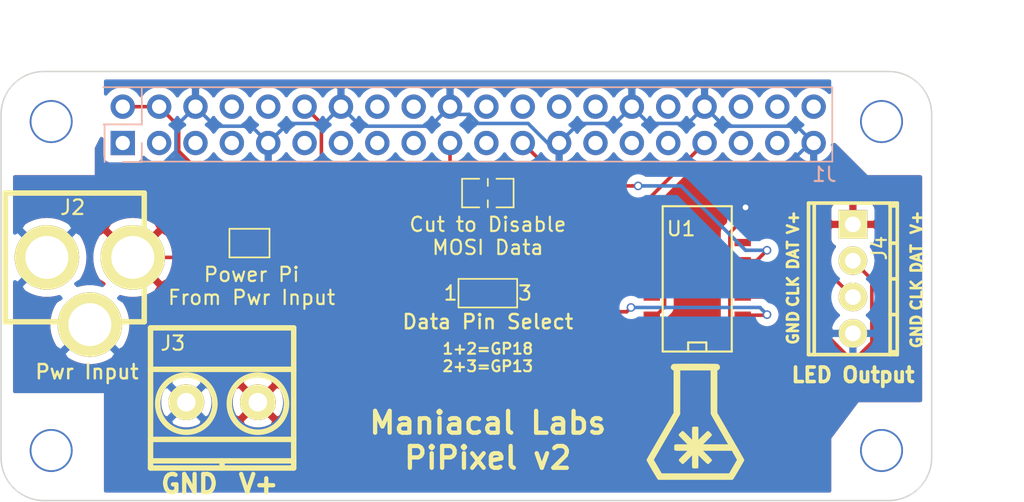
<source format=kicad_pcb>
(kicad_pcb (version 20171130) (host pcbnew "(5.1.2)-2")

  (general
    (thickness 1.6)
    (drawings 27)
    (tracks 122)
    (zones 0)
    (modules 13)
    (nets 41)
  )

  (page A4)
  (layers
    (0 F.Cu signal)
    (31 B.Cu signal)
    (34 B.Paste user)
    (35 F.Paste user)
    (36 B.SilkS user)
    (37 F.SilkS user)
    (38 B.Mask user)
    (39 F.Mask user)
    (40 Dwgs.User user)
    (41 Cmts.User user)
    (44 Edge.Cuts user)
    (48 B.Fab user)
    (49 F.Fab user)
  )

  (setup
    (last_trace_width 0.25)
    (user_trace_width 0.01)
    (user_trace_width 0.02)
    (user_trace_width 0.05)
    (user_trace_width 0.1)
    (user_trace_width 0.2)
    (trace_clearance 0.2)
    (zone_clearance 0.508)
    (zone_45_only no)
    (trace_min 0.01)
    (via_size 0.6)
    (via_drill 0.4)
    (via_min_size 0.4)
    (via_min_drill 0.3)
    (uvia_size 0.3)
    (uvia_drill 0.1)
    (uvias_allowed no)
    (uvia_min_size 0.2)
    (uvia_min_drill 0.1)
    (edge_width 0.1)
    (segment_width 0.2)
    (pcb_text_width 0.3)
    (pcb_text_size 1.5 1.5)
    (mod_edge_width 0.15)
    (mod_text_size 1 1)
    (mod_text_width 0.15)
    (pad_size 3 3)
    (pad_drill 2.75)
    (pad_to_mask_clearance 0)
    (aux_axis_origin 0 0)
    (visible_elements 7FFFFF7F)
    (pcbplotparams
      (layerselection 0x010f0_ffffffff)
      (usegerberextensions false)
      (usegerberattributes false)
      (usegerberadvancedattributes false)
      (creategerberjobfile false)
      (excludeedgelayer true)
      (linewidth 0.100000)
      (plotframeref false)
      (viasonmask false)
      (mode 1)
      (useauxorigin false)
      (hpglpennumber 1)
      (hpglpenspeed 20)
      (hpglpendiameter 15.000000)
      (psnegative false)
      (psa4output false)
      (plotreference true)
      (plotvalue true)
      (plotinvisibletext false)
      (padsonsilk false)
      (subtractmaskfromsilk false)
      (outputformat 1)
      (mirror false)
      (drillshape 0)
      (scaleselection 1)
      (outputdirectory "gerber/"))
  )

  (net 0 "")
  (net 1 "Net-(J1-Pad36)")
  (net 2 "Net-(J1-Pad40)")
  (net 3 "Net-(J1-Pad38)")
  (net 4 "Net-(J1-Pad24)")
  (net 5 "Net-(J1-Pad22)")
  (net 6 "Net-(J1-Pad32)")
  (net 7 "Net-(J1-Pad28)")
  (net 8 "Net-(J1-Pad26)")
  (net 9 "Net-(J1-Pad10)")
  (net 10 "Net-(J1-Pad16)")
  (net 11 "Net-(J1-Pad8)")
  (net 12 "Net-(J1-Pad37)")
  (net 13 "Net-(J1-Pad35)")
  (net 14 "Net-(J1-Pad27)")
  (net 15 "Net-(J1-Pad29)")
  (net 16 "Net-(J1-Pad31)")
  (net 17 "Net-(J1-Pad21)")
  (net 18 "Net-(J1-Pad17)")
  (net 19 "Net-(J1-Pad3)")
  (net 20 "Net-(J1-Pad1)")
  (net 21 "Net-(J1-Pad5)")
  (net 22 "Net-(J1-Pad7)")
  (net 23 "Net-(J1-Pad15)")
  (net 24 "Net-(J1-Pad11)")
  (net 25 PWR)
  (net 26 GND)
  (net 27 5V)
  (net 28 PWM_13)
  (net 29 PWM_18)
  (net 30 MOSI)
  (net 31 CLK)
  (net 32 "Net-(U1-Pad8)")
  (net 33 "Net-(U1-Pad9)")
  (net 34 "Net-(U1-Pad11)")
  (net 35 "Net-(U1-Pad12)")
  (net 36 "Net-(J1-Pad13)")
  (net 37 "Net-(J1-Pad18)")
  (net 38 "Net-(J4-Pad2)")
  (net 39 "Net-(J4-Pad3)")
  (net 40 LS_IN)

  (net_class Default "This is the default net class."
    (clearance 0.2)
    (trace_width 0.25)
    (via_dia 0.6)
    (via_drill 0.4)
    (uvia_dia 0.3)
    (uvia_drill 0.1)
    (add_net 5V)
    (add_net CLK)
    (add_net GND)
    (add_net LS_IN)
    (add_net MOSI)
    (add_net "Net-(J1-Pad1)")
    (add_net "Net-(J1-Pad10)")
    (add_net "Net-(J1-Pad11)")
    (add_net "Net-(J1-Pad13)")
    (add_net "Net-(J1-Pad15)")
    (add_net "Net-(J1-Pad16)")
    (add_net "Net-(J1-Pad17)")
    (add_net "Net-(J1-Pad18)")
    (add_net "Net-(J1-Pad21)")
    (add_net "Net-(J1-Pad22)")
    (add_net "Net-(J1-Pad24)")
    (add_net "Net-(J1-Pad26)")
    (add_net "Net-(J1-Pad27)")
    (add_net "Net-(J1-Pad28)")
    (add_net "Net-(J1-Pad29)")
    (add_net "Net-(J1-Pad3)")
    (add_net "Net-(J1-Pad31)")
    (add_net "Net-(J1-Pad32)")
    (add_net "Net-(J1-Pad35)")
    (add_net "Net-(J1-Pad36)")
    (add_net "Net-(J1-Pad37)")
    (add_net "Net-(J1-Pad38)")
    (add_net "Net-(J1-Pad40)")
    (add_net "Net-(J1-Pad5)")
    (add_net "Net-(J1-Pad7)")
    (add_net "Net-(J1-Pad8)")
    (add_net "Net-(J4-Pad2)")
    (add_net "Net-(J4-Pad3)")
    (add_net "Net-(U1-Pad11)")
    (add_net "Net-(U1-Pad12)")
    (add_net "Net-(U1-Pad8)")
    (add_net "Net-(U1-Pad9)")
    (add_net PWM_13)
    (add_net PWM_18)
    (add_net PWR)
  )

  (module BSilk_PiHeader:Pin_Header_Straight_2x20_Pitch2.54mm (layer F.Cu) (tedit 5D5EF902) (tstamp 5D5F13FF)
    (at 21 29.5 90)
    (descr "Through hole straight pin header, 2x20, 2.54mm pitch, double rows")
    (tags "Through hole pin header THT 2x20 2.54mm double row")
    (path /5D3D5B56)
    (fp_text reference J1 (at -2 0.5 180) (layer F.SilkS) hide
      (effects (font (size 1 1) (thickness 0.15)))
    )
    (fp_text value Raspberry_Pi_2_3 (at 1.27 50.59 90) (layer F.Fab) hide
      (effects (font (size 1 1) (thickness 0.15)))
    )
    (fp_text user %R (at -2.2 49 180) (layer B.SilkS)
      (effects (font (size 1 1) (thickness 0.15)) (justify mirror))
    )
    (fp_line (start 4.35 -1.8) (end -1.8 -1.8) (layer F.CrtYd) (width 0.05))
    (fp_line (start 4.35 50.05) (end 4.35 -1.8) (layer F.CrtYd) (width 0.05))
    (fp_line (start -1.8 50.05) (end 4.35 50.05) (layer F.CrtYd) (width 0.05))
    (fp_line (start -1.8 -1.8) (end -1.8 50.05) (layer F.CrtYd) (width 0.05))
    (fp_line (start -1.33 1.33) (end 0 1.33) (layer B.SilkS) (width 0.12))
    (fp_line (start -1.33 0) (end -1.33 1.33) (layer B.SilkS) (width 0.12))
    (fp_line (start 1.27 1.33) (end 3.87 1.33) (layer B.SilkS) (width 0.12))
    (fp_line (start 1.3 -1.34) (end 1.3 1.26) (layer B.SilkS) (width 0.12))
    (fp_line (start -1.33 -1.27) (end 1.27 -1.27) (layer B.SilkS) (width 0.12))
    (fp_line (start 3.9 49.56) (end 3.9 -1.36) (layer B.SilkS) (width 0.12))
    (fp_line (start -1.3 49.56) (end -1.3 1.24) (layer B.SilkS) (width 0.12))
    (fp_line (start -1.3 49.56) (end 3.9 49.56) (layer B.SilkS) (width 0.12))
    (fp_line (start -1.27 0) (end 0 -1.27) (layer F.Fab) (width 0.1))
    (fp_line (start -1.27 49.53) (end -1.27 0) (layer F.Fab) (width 0.1))
    (fp_line (start 3.81 49.53) (end -1.27 49.53) (layer F.Fab) (width 0.1))
    (fp_line (start 3.81 -1.27) (end 3.81 49.53) (layer F.Fab) (width 0.1))
    (fp_line (start 0 -1.27) (end 3.81 -1.27) (layer F.Fab) (width 0.1))
    (pad 40 thru_hole oval (at 2.54 48.26 90) (size 1.7 1.7) (drill 1) (layers *.Cu *.Mask)
      (net 2 "Net-(J1-Pad40)"))
    (pad 39 thru_hole oval (at 0 48.26 90) (size 1.7 1.7) (drill 1) (layers *.Cu *.Mask)
      (net 26 GND))
    (pad 38 thru_hole oval (at 2.54 45.72 90) (size 1.7 1.7) (drill 1) (layers *.Cu *.Mask)
      (net 3 "Net-(J1-Pad38)"))
    (pad 37 thru_hole oval (at 0 45.72 90) (size 1.7 1.7) (drill 1) (layers *.Cu *.Mask)
      (net 12 "Net-(J1-Pad37)"))
    (pad 36 thru_hole oval (at 2.54 43.18 90) (size 1.7 1.7) (drill 1) (layers *.Cu *.Mask)
      (net 1 "Net-(J1-Pad36)"))
    (pad 35 thru_hole oval (at 0 43.18 90) (size 1.7 1.7) (drill 1) (layers *.Cu *.Mask)
      (net 13 "Net-(J1-Pad35)"))
    (pad 34 thru_hole oval (at 2.54 40.64 90) (size 1.7 1.7) (drill 1) (layers *.Cu *.Mask)
      (net 26 GND))
    (pad 33 thru_hole oval (at 0 40.64 90) (size 1.7 1.7) (drill 1) (layers *.Cu *.Mask)
      (net 28 PWM_13))
    (pad 32 thru_hole oval (at 2.54 38.1 90) (size 1.7 1.7) (drill 1) (layers *.Cu *.Mask)
      (net 6 "Net-(J1-Pad32)"))
    (pad 31 thru_hole oval (at 0 38.1 90) (size 1.7 1.7) (drill 1) (layers *.Cu *.Mask)
      (net 16 "Net-(J1-Pad31)"))
    (pad 30 thru_hole oval (at 2.54 35.56 90) (size 1.7 1.7) (drill 1) (layers *.Cu *.Mask)
      (net 26 GND))
    (pad 29 thru_hole oval (at 0 35.56 90) (size 1.7 1.7) (drill 1) (layers *.Cu *.Mask)
      (net 15 "Net-(J1-Pad29)"))
    (pad 28 thru_hole oval (at 2.54 33.02 90) (size 1.7 1.7) (drill 1) (layers *.Cu *.Mask)
      (net 7 "Net-(J1-Pad28)"))
    (pad 27 thru_hole oval (at 0 33.02 90) (size 1.7 1.7) (drill 1) (layers *.Cu *.Mask)
      (net 14 "Net-(J1-Pad27)"))
    (pad 26 thru_hole oval (at 2.54 30.48 90) (size 1.7 1.7) (drill 1) (layers *.Cu *.Mask)
      (net 8 "Net-(J1-Pad26)"))
    (pad 25 thru_hole oval (at 0 30.48 90) (size 1.7 1.7) (drill 1) (layers *.Cu *.Mask)
      (net 26 GND))
    (pad 24 thru_hole oval (at 2.54 27.94 90) (size 1.7 1.7) (drill 1) (layers *.Cu *.Mask)
      (net 4 "Net-(J1-Pad24)"))
    (pad 23 thru_hole oval (at 0 27.94 90) (size 1.7 1.7) (drill 1) (layers *.Cu *.Mask)
      (net 31 CLK))
    (pad 22 thru_hole oval (at 2.54 25.4 90) (size 1.7 1.7) (drill 1) (layers *.Cu *.Mask)
      (net 5 "Net-(J1-Pad22)"))
    (pad 21 thru_hole oval (at 0 25.4 90) (size 1.7 1.7) (drill 1) (layers *.Cu *.Mask)
      (net 17 "Net-(J1-Pad21)"))
    (pad 20 thru_hole oval (at 2.54 22.86 90) (size 1.7 1.7) (drill 1) (layers *.Cu *.Mask)
      (net 26 GND))
    (pad 19 thru_hole oval (at 0 22.86 90) (size 1.7 1.7) (drill 1) (layers *.Cu *.Mask)
      (net 30 MOSI))
    (pad 18 thru_hole oval (at 2.54 20.32 90) (size 1.7 1.7) (drill 1) (layers *.Cu *.Mask)
      (net 37 "Net-(J1-Pad18)"))
    (pad 17 thru_hole oval (at 0 20.32 90) (size 1.7 1.7) (drill 1) (layers *.Cu *.Mask)
      (net 18 "Net-(J1-Pad17)"))
    (pad 16 thru_hole oval (at 2.54 17.78 90) (size 1.7 1.7) (drill 1) (layers *.Cu *.Mask)
      (net 10 "Net-(J1-Pad16)"))
    (pad 15 thru_hole oval (at 0 17.78 90) (size 1.7 1.7) (drill 1) (layers *.Cu *.Mask)
      (net 23 "Net-(J1-Pad15)"))
    (pad 14 thru_hole oval (at 2.54 15.24 90) (size 1.7 1.7) (drill 1) (layers *.Cu *.Mask)
      (net 26 GND))
    (pad 13 thru_hole oval (at 0 15.24 90) (size 1.7 1.7) (drill 1) (layers *.Cu *.Mask)
      (net 36 "Net-(J1-Pad13)"))
    (pad 12 thru_hole oval (at 2.54 12.7 90) (size 1.7 1.7) (drill 1) (layers *.Cu *.Mask)
      (net 29 PWM_18))
    (pad 11 thru_hole oval (at 0 12.7 90) (size 1.7 1.7) (drill 1) (layers *.Cu *.Mask)
      (net 24 "Net-(J1-Pad11)"))
    (pad 10 thru_hole oval (at 2.54 10.16 90) (size 1.7 1.7) (drill 1) (layers *.Cu *.Mask)
      (net 9 "Net-(J1-Pad10)"))
    (pad 9 thru_hole oval (at 0 10.16 90) (size 1.7 1.7) (drill 1) (layers *.Cu *.Mask)
      (net 26 GND))
    (pad 8 thru_hole oval (at 2.54 7.62 90) (size 1.7 1.7) (drill 1) (layers *.Cu *.Mask)
      (net 11 "Net-(J1-Pad8)"))
    (pad 7 thru_hole oval (at 0 7.62 90) (size 1.7 1.7) (drill 1) (layers *.Cu *.Mask)
      (net 22 "Net-(J1-Pad7)"))
    (pad 6 thru_hole oval (at 2.54 5.08 90) (size 1.7 1.7) (drill 1) (layers *.Cu *.Mask)
      (net 26 GND))
    (pad 5 thru_hole oval (at 0 5.08 90) (size 1.7 1.7) (drill 1) (layers *.Cu *.Mask)
      (net 21 "Net-(J1-Pad5)"))
    (pad 4 thru_hole oval (at 2.54 2.54 90) (size 1.7 1.7) (drill 1) (layers *.Cu *.Mask)
      (net 27 5V))
    (pad 3 thru_hole oval (at 0 2.54 90) (size 1.7 1.7) (drill 1) (layers *.Cu *.Mask)
      (net 19 "Net-(J1-Pad3)"))
    (pad 2 thru_hole oval (at 2.54 0 90) (size 1.7 1.7) (drill 1) (layers *.Cu *.Mask)
      (net 27 5V))
    (pad 1 thru_hole rect (at 0 0 90) (size 1.7 1.7) (drill 1) (layers *.Cu *.Mask)
      (net 20 "Net-(J1-Pad1)"))
    (model ${KISYS3DMOD}/Pin_Headers.3dshapes/Pin_Header_Straight_2x20_Pitch2.54mm.wrl
      (at (xyz 0 0 0))
      (scale (xyz 1 1 1))
      (rotate (xyz 0 0 0))
    )
  )

  (module RPi_HAT_MountingHole:NPTH_3mm_ID (layer F.Cu) (tedit 5D3D6E74) (tstamp 5D3D054F)
    (at 16 28)
    (fp_text reference H1 (at 0.06 0.09) (layer F.SilkS) hide
      (effects (font (size 1 1) (thickness 0.15)))
    )
    (fp_text value 3mm_Mounting_Hole (at 0 -2.7) (layer F.Fab) hide
      (effects (font (size 1 1) (thickness 0.15)))
    )
    (pad "" np_thru_hole circle (at 0 0) (size 3 3) (drill 2.75) (layers *.Cu *.Mask)
      (solder_mask_margin 1.725) (clearance 1.725))
  )

  (module RPi_HAT_MountingHole:NPTH_3mm_ID (layer F.Cu) (tedit 5D3D6E7B) (tstamp 5D3D053A)
    (at 16 51)
    (fp_text reference H1 (at 0.06 0.09) (layer F.SilkS) hide
      (effects (font (size 1 1) (thickness 0.15)))
    )
    (fp_text value 3mm_Mounting_Hole (at 0 -2.7) (layer F.Fab) hide
      (effects (font (size 1 1) (thickness 0.15)))
    )
    (pad "" np_thru_hole circle (at 0 0) (size 3 3) (drill 2.75) (layers *.Cu *.Mask)
      (solder_mask_margin 1.725) (clearance 1.725))
  )

  (module RPi_HAT_MountingHole:NPTH_3mm_ID (layer F.Cu) (tedit 5D3D6E6D) (tstamp 5D3D0519)
    (at 74 51)
    (fp_text reference H1 (at 0.06 0.09) (layer F.SilkS) hide
      (effects (font (size 1 1) (thickness 0.15)))
    )
    (fp_text value 3mm_Mounting_Hole (at 0 -2.7) (layer F.Fab) hide
      (effects (font (size 1 1) (thickness 0.15)))
    )
    (pad "" np_thru_hole circle (at 0 0) (size 3 3) (drill 2.75) (layers *.Cu *.Mask)
      (solder_mask_margin 1.725) (clearance 1.725))
  )

  (module RPi_HAT_MountingHole:NPTH_3mm_ID (layer F.Cu) (tedit 5D3D6E62) (tstamp 5D3D04FB)
    (at 74 28)
    (fp_text reference H1 (at 0.06 0.09) (layer F.SilkS) hide
      (effects (font (size 1 1) (thickness 0.15)))
    )
    (fp_text value 3mm_Mounting_Hole (at 0 -2.7) (layer F.Fab) hide
      (effects (font (size 1 1) (thickness 0.15)))
    )
    (pad "" np_thru_hole circle (at 0 0) (size 3 3) (drill 2.75) (layers *.Cu *.Mask)
      (solder_mask_margin 1.725) (clearance 1.725))
  )

  (module LOGOS:logo_MLlabs_small (layer F.Cu) (tedit 0) (tstamp 5D3D0450)
    (at 61 49)
    (fp_text reference G*** (at 0 0) (layer F.SilkS) hide
      (effects (font (size 1.524 1.524) (thickness 0.3)))
    )
    (fp_text value LOGO (at 0.75 0) (layer F.SilkS) hide
      (effects (font (size 1.524 1.524) (thickness 0.3)))
    )
    (fp_poly (pts (xy 0.280132 -4.064859) (xy 0.46933 -4.064296) (xy 0.651803 -4.063447) (xy 0.824802 -4.062307)
      (xy 0.98558 -4.060879) (xy 1.131388 -4.059163) (xy 1.259478 -4.057157) (xy 1.367101 -4.054863)
      (xy 1.451511 -4.052281) (xy 1.509958 -4.049409) (xy 1.539694 -4.046249) (xy 1.541045 -4.045899)
      (xy 1.61465 -4.010199) (xy 1.668272 -3.957046) (xy 1.701256 -3.892418) (xy 1.712948 -3.822294)
      (xy 1.702692 -3.752654) (xy 1.669833 -3.689475) (xy 1.613717 -3.638736) (xy 1.587218 -3.624447)
      (xy 1.524819 -3.595688) (xy 1.524409 -2.113859) (xy 1.524 -0.632031) (xy 1.951194 0.108641)
      (xy 2.041737 0.265615) (xy 2.144897 0.444444) (xy 2.257416 0.639483) (xy 2.376038 0.84509)
      (xy 2.497507 1.05562) (xy 2.618568 1.265429) (xy 2.735963 1.468874) (xy 2.846437 1.660312)
      (xy 2.895756 1.74577) (xy 2.984967 1.900722) (xy 3.069309 2.047946) (xy 3.147458 2.185082)
      (xy 3.218089 2.309771) (xy 3.279877 2.419652) (xy 3.331497 2.512365) (xy 3.371624 2.585552)
      (xy 3.398934 2.636852) (xy 3.412102 2.663905) (xy 3.413125 2.667254) (xy 3.405259 2.687854)
      (xy 3.382954 2.73233) (xy 3.348145 2.797359) (xy 3.302767 2.879615) (xy 3.248756 2.975774)
      (xy 3.188047 3.082511) (xy 3.122577 3.196503) (xy 3.054279 3.314423) (xy 2.985091 3.432948)
      (xy 2.916948 3.548754) (xy 2.851784 3.658515) (xy 2.791537 3.758906) (xy 2.738141 3.846605)
      (xy 2.693532 3.918285) (xy 2.659645 3.970622) (xy 2.638416 4.000292) (xy 2.634599 4.004468)
      (xy 2.587124 4.048125) (xy -2.587125 4.048125) (xy -2.6346 4.004468) (xy -2.651394 3.982746)
      (xy -2.681461 3.937288) (xy -2.722866 3.87142) (xy -2.773675 3.788466) (xy -2.83195 3.691753)
      (xy -2.895758 3.584605) (xy -2.963162 3.470346) (xy -3.032228 3.352303) (xy -3.101019 3.2338)
      (xy -3.1676 3.118163) (xy -3.230037 3.008717) (xy -3.286392 2.908786) (xy -3.334733 2.821695)
      (xy -3.373121 2.750771) (xy -3.399623 2.699338) (xy -3.412303 2.67072) (xy -3.413126 2.666933)
      (xy -3.406861 2.651738) (xy -2.908183 2.651738) (xy -2.633492 3.127681) (xy -2.358802 3.603625)
      (xy 2.358654 3.603625) (xy 2.633694 3.126873) (xy 2.908735 2.650121) (xy 2.800627 2.464091)
      (xy 2.752108 2.380084) (xy 2.701391 2.291405) (xy 2.654699 2.208982) (xy 2.620228 2.147315)
      (xy 2.547937 2.016567) (xy 0.532125 2.016125) (xy 0.827748 2.313781) (xy 0.907725 2.394852)
      (xy 0.980741 2.469905) (xy 1.043638 2.535609) (xy 1.093257 2.588634) (xy 1.12644 2.62565)
      (xy 1.139732 2.642697) (xy 1.147043 2.68023) (xy 1.134704 2.715316) (xy 1.109692 2.75107)
      (xy 1.069306 2.795828) (xy 1.020048 2.84377) (xy 0.96842 2.889074) (xy 0.920926 2.925919)
      (xy 0.884067 2.948484) (xy 0.86948 2.95275) (xy 0.847132 2.9422) (xy 0.805787 2.910232)
      (xy 0.744908 2.856363) (xy 0.66396 2.780114) (xy 0.562408 2.681002) (xy 0.52081 2.639741)
      (xy 0.206375 2.326732) (xy 0.206375 2.761522) (xy 0.206186 2.892308) (xy 0.20548 2.995011)
      (xy 0.204051 3.073296) (xy 0.201691 3.13083) (xy 0.198191 3.171276) (xy 0.193345 3.198301)
      (xy 0.186944 3.21557) (xy 0.180102 3.225343) (xy 0.163266 3.238829) (xy 0.137807 3.247459)
      (xy 0.097181 3.252237) (xy 0.034844 3.254165) (xy -0.009246 3.254375) (xy -0.082993 3.253988)
      (xy -0.131948 3.25182) (xy -0.163068 3.24636) (xy -0.18331 3.236094) (xy -0.19963 3.219512)
      (xy -0.205947 3.211627) (xy -0.216079 3.19762) (xy -0.223883 3.181895) (xy -0.229608 3.160501)
      (xy -0.233503 3.129484) (xy -0.235815 3.084892) (xy -0.236793 3.022771) (xy -0.236686 2.93917)
      (xy -0.235741 2.830136) (xy -0.23488 2.751238) (xy -0.233664 2.63983) (xy -0.232637 2.539621)
      (xy -0.231836 2.454754) (xy -0.2313 2.389372) (xy -0.231063 2.347619) (xy -0.231154 2.333611)
      (xy -0.242126 2.344389) (xy -0.272577 2.374776) (xy -0.319606 2.421863) (xy -0.380307 2.482739)
      (xy -0.451779 2.554496) (xy -0.531118 2.634225) (xy -0.532779 2.635894) (xy -0.614205 2.716741)
      (xy -0.690054 2.790133) (xy -0.75699 2.852994) (xy -0.811678 2.902247) (xy -0.850782 2.934816)
      (xy -0.870663 2.947556) (xy -0.891093 2.948152) (xy -0.915531 2.937567) (xy -0.948775 2.912398)
      (xy -0.995625 2.869244) (xy -1.033382 2.83219) (xy -1.095633 2.767657) (xy -1.135484 2.719575)
      (xy -1.155419 2.684681) (xy -1.158875 2.667521) (xy -1.153549 2.649558) (xy -1.136229 2.622344)
      (xy -1.10491 2.583608) (xy -1.057584 2.531079) (xy -0.992243 2.462484) (xy -0.90688 2.375551)
      (xy -0.853434 2.321867) (xy -0.547993 2.016125) (xy -0.975443 2.016125) (xy -1.114762 2.016235)
      (xy -1.225588 2.015593) (xy -1.311172 2.012739) (xy -1.374762 2.006213) (xy -1.419608 1.994556)
      (xy -1.44896 1.976308) (xy -1.466068 1.950009) (xy -1.47418 1.9142) (xy -1.476546 1.86742)
      (xy -1.476417 1.808211) (xy -1.476375 1.791107) (xy -1.476751 1.729737) (xy -1.475702 1.68098)
      (xy -1.469967 1.64339) (xy -1.456283 1.615522) (xy -1.431389 1.595933) (xy -1.392023 1.583178)
      (xy -1.334922 1.575811) (xy -1.256824 1.572388) (xy -1.154468 1.571465) (xy -1.024591 1.571596)
      (xy -0.980804 1.571625) (xy -0.548733 1.571625) (xy -0.861742 1.257189) (xy -0.951102 1.166371)
      (xy -1.028596 1.085517) (xy -1.091949 1.017128) (xy -1.138886 0.963706) (xy -1.167132 0.927753)
      (xy -1.17475 0.91299) (xy -1.163254 0.886392) (xy -1.132729 0.845976) (xy -1.089124 0.797523)
      (xy -1.038387 0.746817) (xy -0.986466 0.699641) (xy -0.93931 0.661778) (xy -0.902866 0.63901)
      (xy -0.888823 0.635) (xy -0.869893 0.641738) (xy -0.838933 0.663065) (xy -0.794064 0.700648)
      (xy -0.73341 0.756153) (xy -0.655092 0.831247) (xy -0.557233 0.927597) (xy -0.540655 0.944083)
      (xy -0.230188 1.253166) (xy -0.234866 0.828775) (xy -0.236547 0.690249) (xy -0.237206 0.580203)
      (xy -0.235349 0.495374) (xy -0.229485 0.432496) (xy -0.218121 0.388302) (xy -0.199764 0.359528)
      (xy -0.172922 0.342909) (xy -0.136103 0.335179) (xy -0.087814 0.333073) (xy -0.026564 0.333325)
      (xy -0.008454 0.333375) (xy 0.071777 0.334496) (xy 0.126137 0.338371) (xy 0.160445 0.345763)
      (xy 0.180519 0.357438) (xy 0.181428 0.358321) (xy 0.188921 0.369469) (xy 0.19478 0.38854)
      (xy 0.199198 0.419092) (xy 0.202365 0.464686) (xy 0.204473 0.528878) (xy 0.205714 0.61523)
      (xy 0.206279 0.727298) (xy 0.206375 0.822142) (xy 0.206375 1.261017) (xy 0.52081 0.948008)
      (xy 0.624977 0.84524) (xy 0.709018 0.764457) (xy 0.774393 0.704357) (xy 0.822558 0.663639)
      (xy 0.854973 0.641001) (xy 0.871435 0.635) (xy 0.90364 0.64705) (xy 0.951929 0.681515)
      (xy 1.011031 0.734218) (xy 1.077277 0.800807) (xy 1.120369 0.852289) (xy 1.142644 0.892492)
      (xy 1.146437 0.925242) (xy 1.139732 0.945052) (xy 1.124448 0.964412) (xy 1.089823 1.002842)
      (xy 1.039016 1.057013) (xy 0.975186 1.123594) (xy 0.901491 1.199256) (xy 0.827748 1.273968)
      (xy 0.532125 1.571625) (xy 2.288589 1.571625) (xy 2.257294 1.520031) (xy 2.222471 1.461823)
      (xy 2.176078 1.383049) (xy 2.119623 1.286349) (xy 2.054614 1.174365) (xy 1.982559 1.049736)
      (xy 1.904966 0.915105) (xy 1.823344 0.773113) (xy 1.739201 0.6264) (xy 1.654044 0.477608)
      (xy 1.569382 0.329378) (xy 1.486723 0.184351) (xy 1.407576 0.045167) (xy 1.333448 -0.085532)
      (xy 1.265847 -0.205104) (xy 1.206282 -0.31091) (xy 1.15626 -0.400307) (xy 1.117291 -0.470655)
      (xy 1.090882 -0.519312) (xy 1.07854 -0.543639) (xy 1.077896 -0.545341) (xy 1.075786 -0.56837)
      (xy 1.073779 -0.620989) (xy 1.071895 -0.701038) (xy 1.070154 -0.806357) (xy 1.068575 -0.934788)
      (xy 1.067179 -1.08417) (xy 1.065985 -1.252344) (xy 1.065013 -1.43715) (xy 1.064282 -1.636427)
      (xy 1.063814 -1.848017) (xy 1.063627 -2.06976) (xy 1.063625 -2.099364) (xy 1.063625 -3.603625)
      (xy -1.063011 -3.603625) (xy -1.071563 -0.531813) (xy -1.415271 0.0635) (xy -1.504982 0.218868)
      (xy -1.604527 0.391244) (xy -1.709479 0.572961) (xy -1.81541 0.756356) (xy -1.917894 0.933764)
      (xy -2.012504 1.097521) (xy -2.08006 1.214437) (xy -2.225644 1.466399) (xy -2.357143 1.69405)
      (xy -2.474336 1.89701) (xy -2.577005 2.074897) (xy -2.664929 2.227331) (xy -2.73789 2.353931)
      (xy -2.795668 2.454316) (xy -2.838043 2.528107) (xy -2.864795 2.574921) (xy -2.869919 2.583962)
      (xy -2.908183 2.651738) (xy -3.406861 2.651738) (xy -3.405407 2.648214) (xy -3.383339 2.60501)
      (xy -3.348556 2.540273) (xy -3.302689 2.456953) (xy -3.247372 2.357999) (xy -3.184237 2.246362)
      (xy -3.114917 2.124993) (xy -3.070081 2.047074) (xy -2.983993 1.89789) (xy -2.891116 1.736959)
      (xy -2.795258 1.570876) (xy -2.700224 1.406236) (xy -2.609821 1.249633) (xy -2.527855 1.107663)
      (xy -2.461177 0.992187) (xy -2.389938 0.868821) (xy -2.306741 0.724738) (xy -2.2155 0.566716)
      (xy -2.12013 0.401537) (xy -2.024545 0.235979) (xy -1.932659 0.076823) (xy -1.859659 -0.049628)
      (xy -1.524 -0.631069) (xy -1.52441 -2.113378) (xy -1.52482 -3.595688) (xy -1.587219 -3.624447)
      (xy -1.652017 -3.669134) (xy -1.693317 -3.728451) (xy -1.711775 -3.796419) (xy -1.708045 -3.867059)
      (xy -1.682782 -3.934394) (xy -1.636642 -3.992443) (xy -1.570279 -4.035229) (xy -1.541046 -4.045899)
      (xy -1.514499 -4.04909) (xy -1.458952 -4.051991) (xy -1.377153 -4.054604) (xy -1.271849 -4.056929)
      (xy -1.145789 -4.058965) (xy -1.001721 -4.060712) (xy -0.842394 -4.06217) (xy -0.670554 -4.06334)
      (xy -0.488951 -4.06422) (xy -0.300333 -4.064813) (xy -0.107448 -4.065117) (xy 0.086957 -4.065132)
      (xy 0.280132 -4.064859)) (layer F.SilkS) (width 0.01))
  )

  (module APM_BarrelJack:ML_BARREL_JACK_ROUND_PADS_SHORT (layer F.Cu) (tedit 53D503A9) (tstamp 5D3CFEE1)
    (at 15.5 37.5)
    (descr "DC Barrel Jack")
    (tags "Power Jack")
    (path /5D3DBDC1)
    (fp_text reference J2 (at 2 -3.5 180) (layer F.SilkS)
      (effects (font (size 1.016 1.016) (thickness 0.15)))
    )
    (fp_text value Barrel_Jack_Switch (at 0 -5.99948) (layer F.SilkS) hide
      (effects (font (size 1.016 1.016) (thickness 0.2032)))
    )
    (fp_line (start -2.7005 -4.50088) (end -2.7005 4.50088) (layer F.SilkS) (width 0.381))
    (fp_line (start -2.70062 4.50088) (end 7.00024 4.50088) (layer F.SilkS) (width 0.381))
    (fp_line (start 7.00024 4.50088) (end 7.00024 -4.50088) (layer F.SilkS) (width 0.381))
    (fp_line (start 7.00024 -4.50088) (end -2.70062 -4.50088) (layer F.SilkS) (width 0.381))
    (pad 1 thru_hole circle (at 6.20014 0) (size 4.5 4.5) (drill 2.99974) (layers *.Cu *.Mask F.SilkS)
      (net 25 PWR))
    (pad 2 thru_hole circle (at 0.20066 0) (size 4.5 4.5) (drill 2.99974) (layers *.Cu *.Mask F.SilkS)
      (net 26 GND))
    (pad 3 thru_hole circle (at 3.2004 4.699) (size 4.5 4.5) (drill 2.99974) (layers *.Cu *.Mask F.SilkS)
      (net 26 GND))
  )

  (module w_conn_mkds:mkds_1,5-2 (layer F.Cu) (tedit 0) (tstamp 5D3CFEF1)
    (at 27.94 47.625)
    (descr "2-way 5mm pitch terminal block, Phoenix MKDS series")
    (path /5D3DC9FC)
    (fp_text reference J3 (at -3.44 -4.125) (layer F.SilkS)
      (effects (font (size 1 1) (thickness 0.15)))
    )
    (fp_text value Conn_01x02 (at 0 5.9) (layer F.SilkS) hide
      (effects (font (size 1.5 1.5) (thickness 0.3)))
    )
    (fp_line (start 0 4.1) (end 0 4.6) (layer F.SilkS) (width 0.381))
    (fp_circle (center 2.5 0.1) (end 0.5 0.1) (layer F.SilkS) (width 0.381))
    (fp_circle (center -2.5 0.1) (end -0.5 0.1) (layer F.SilkS) (width 0.381))
    (fp_line (start -5 2.6) (end 5 2.6) (layer F.SilkS) (width 0.381))
    (fp_line (start -5 -2.3) (end 5 -2.3) (layer F.SilkS) (width 0.381))
    (fp_line (start -5 4.1) (end 5 4.1) (layer F.SilkS) (width 0.381))
    (fp_line (start -5 4.6) (end 5 4.6) (layer F.SilkS) (width 0.381))
    (fp_line (start 5 4.6) (end 5 -5.2) (layer F.SilkS) (width 0.381))
    (fp_line (start 5 -5.2) (end -5 -5.2) (layer F.SilkS) (width 0.381))
    (fp_line (start -5 -5.2) (end -5 4.6) (layer F.SilkS) (width 0.381))
    (pad 1 thru_hole circle (at -2.5 0) (size 2.5 2.5) (drill 1.3) (layers *.Cu *.Mask F.SilkS)
      (net 26 GND))
    (pad 2 thru_hole circle (at 2.5 0) (size 2.5 2.5) (drill 1.3) (layers *.Cu *.Mask F.SilkS)
      (net 25 PWR))
    (model walter/conn_mkds/mkds_1,5-2.wrl
      (at (xyz 0 0 0))
      (scale (xyz 1 1 1))
      (rotate (xyz 0 0 0))
    )
  )

  (module w_conn_mpt:mpt_0,5%2f4-2,54 (layer F.Cu) (tedit 0) (tstamp 5D3CFF04)
    (at 72 39 90)
    (descr "4-way 2.54mm pitch terminal block, Phoenix MPT series")
    (path /5D3DD3FE)
    (fp_text reference J4 (at 2.15 1.85 270) (layer F.SilkS)
      (effects (font (size 1 1) (thickness 0.15)))
    )
    (fp_text value Conn_01x04 (at 0 4.50088 90) (layer F.SilkS) hide
      (effects (font (size 1.524 1.524) (thickness 0.3048)))
    )
    (fp_line (start 5.30098 -3.0988) (end -5.30098 -3.0988) (layer F.SilkS) (width 0.254))
    (fp_line (start -5.30098 -2.70002) (end 5.30098 -2.70002) (layer F.SilkS) (width 0.254))
    (fp_line (start -5.30098 2.60096) (end 5.30098 2.60096) (layer F.SilkS) (width 0.254))
    (fp_line (start 5.30098 3.0988) (end -5.30098 3.0988) (layer F.SilkS) (width 0.254))
    (fp_line (start 2.49682 2.60096) (end 2.49682 3.0988) (layer F.SilkS) (width 0.254))
    (fp_line (start 0 2.60096) (end 0 3.0988) (layer F.SilkS) (width 0.254))
    (fp_line (start -5.09778 3.0988) (end -5.09778 2.60096) (layer F.SilkS) (width 0.254))
    (fp_line (start 5.10032 2.60096) (end 5.10032 3.0988) (layer F.SilkS) (width 0.254))
    (fp_line (start -2.49682 3.0988) (end -2.49682 2.60096) (layer F.SilkS) (width 0.254))
    (fp_line (start 5.29844 3.0988) (end 5.29844 -3.0988) (layer F.SilkS) (width 0.254))
    (fp_line (start -5.2959 -3.0988) (end -5.2959 3.0988) (layer F.SilkS) (width 0.254))
    (pad 4 thru_hole oval (at -3.81 0 90) (size 1.99898 1.99898) (drill 1.09728) (layers *.Cu *.Mask F.SilkS)
      (net 26 GND))
    (pad 1 thru_hole rect (at 3.81 0 90) (size 1.99898 1.99898) (drill 1.09728) (layers *.Cu *.Mask F.SilkS)
      (net 25 PWR))
    (pad 2 thru_hole oval (at 1.27 0 90) (size 1.99898 1.99898) (drill 1.09728) (layers *.Cu *.Mask F.SilkS)
      (net 38 "Net-(J4-Pad2)"))
    (pad 3 thru_hole oval (at -1.27 0 90) (size 1.99898 1.99898) (drill 1.09728) (layers *.Cu *.Mask F.SilkS)
      (net 39 "Net-(J4-Pad3)"))
    (model walter/conn_mpt/mpt_0,5-4-2,54.wrl
      (at (xyz 0 0 0))
      (scale (xyz 1 1 1))
      (rotate (xyz 0 0 0))
    )
  )

  (module Jumper:SolderJumper-3_P1.3mm_Open_Pad1.0x1.5mm_NumberLabels (layer F.Cu) (tedit 5A3F6CCC) (tstamp 5D3CFF13)
    (at 46.5 40)
    (descr "SMD Solder Jumper, 1x1.5mm Pads, 0.3mm gap, open, labeled with numbers")
    (tags "solder jumper open")
    (path /5D3DE3A1)
    (attr virtual)
    (fp_text reference JP2 (at 0 -1.8) (layer F.SilkS) hide
      (effects (font (size 1 1) (thickness 0.15)))
    )
    (fp_text value SolderJumper_3_Open (at 0 1.9) (layer F.Fab) hide
      (effects (font (size 1 1) (thickness 0.15)))
    )
    (fp_text user 3 (at 2.6 0) (layer F.SilkS)
      (effects (font (size 1 1) (thickness 0.15)))
    )
    (fp_text user 1 (at -2.6 0) (layer F.SilkS)
      (effects (font (size 1 1) (thickness 0.15)))
    )
    (fp_line (start -2.05 1) (end -2.05 -1) (layer F.SilkS) (width 0.12))
    (fp_line (start 2.05 1) (end -2.05 1) (layer F.SilkS) (width 0.12))
    (fp_line (start 2.05 -1) (end 2.05 1) (layer F.SilkS) (width 0.12))
    (fp_line (start -2.05 -1) (end 2.05 -1) (layer F.SilkS) (width 0.12))
    (fp_line (start -2.3 -1.25) (end 2.3 -1.25) (layer F.CrtYd) (width 0.05))
    (fp_line (start -2.3 -1.25) (end -2.3 1.25) (layer F.CrtYd) (width 0.05))
    (fp_line (start 2.3 1.25) (end 2.3 -1.25) (layer F.CrtYd) (width 0.05))
    (fp_line (start 2.3 1.25) (end -2.3 1.25) (layer F.CrtYd) (width 0.05))
    (pad 3 smd rect (at 1.3 0) (size 1 1.5) (layers F.Cu F.Mask)
      (net 28 PWM_13))
    (pad 2 smd rect (at 0 0) (size 1 1.5) (layers F.Cu F.Mask)
      (net 40 LS_IN))
    (pad 1 smd rect (at -1.3 0) (size 1 1.5) (layers F.Cu F.Mask)
      (net 29 PWM_18))
  )

  (module Jumper:SolderJumper-2_P1.3mm_Open_Pad1.0x1.5mm (layer F.Cu) (tedit 5A3EABFC) (tstamp 5D3CFF23)
    (at 29.85 36.5)
    (descr "SMD Solder Jumper, 1x1.5mm Pads, 0.3mm gap, open")
    (tags "solder jumper open")
    (path /5D3DF67F)
    (attr virtual)
    (fp_text reference JP3 (at 0 -1.8) (layer F.SilkS) hide
      (effects (font (size 1 1) (thickness 0.15)))
    )
    (fp_text value SolderJumper_2_Open (at 0 1.9) (layer F.Fab) hide
      (effects (font (size 1 1) (thickness 0.15)))
    )
    (fp_line (start -1.4 1) (end -1.4 -1) (layer F.SilkS) (width 0.12))
    (fp_line (start 1.4 1) (end -1.4 1) (layer F.SilkS) (width 0.12))
    (fp_line (start 1.4 -1) (end 1.4 1) (layer F.SilkS) (width 0.12))
    (fp_line (start -1.4 -1) (end 1.4 -1) (layer F.SilkS) (width 0.12))
    (fp_line (start -1.65 -1.25) (end 1.65 -1.25) (layer F.CrtYd) (width 0.05))
    (fp_line (start -1.65 -1.25) (end -1.65 1.25) (layer F.CrtYd) (width 0.05))
    (fp_line (start 1.65 1.25) (end 1.65 -1.25) (layer F.CrtYd) (width 0.05))
    (fp_line (start 1.65 1.25) (end -1.65 1.25) (layer F.CrtYd) (width 0.05))
    (pad 2 smd rect (at 0.65 0) (size 1 1.5) (layers F.Cu F.Mask)
      (net 27 5V))
    (pad 1 smd rect (at -0.65 0) (size 1 1.5) (layers F.Cu F.Mask)
      (net 25 PWR))
  )

  (module SMD_Packages:SOIC-14_N (layer F.Cu) (tedit 0) (tstamp 5D3D788D)
    (at 61 39 90)
    (descr "Module CMS SOJ 14 pins Large")
    (tags "CMS SOJ")
    (path /5D3D8F43)
    (attr smd)
    (fp_text reference U1 (at 3.5 -1 180) (layer F.SilkS)
      (effects (font (size 1 1) (thickness 0.15)))
    )
    (fp_text value 74AHC125 (at 0 1.27 90) (layer F.Fab) hide
      (effects (font (size 1 1) (thickness 0.15)))
    )
    (fp_line (start -4.445 0.762) (end -5.08 0.762) (layer F.SilkS) (width 0.15))
    (fp_line (start -4.445 -0.508) (end -4.445 0.762) (layer F.SilkS) (width 0.15))
    (fp_line (start -5.08 -0.508) (end -4.445 -0.508) (layer F.SilkS) (width 0.15))
    (fp_line (start -5.08 -2.286) (end 5.08 -2.286) (layer F.SilkS) (width 0.15))
    (fp_line (start -5.08 2.54) (end -5.08 -2.286) (layer F.SilkS) (width 0.15))
    (fp_line (start 5.08 2.54) (end -5.08 2.54) (layer F.SilkS) (width 0.15))
    (fp_line (start 5.08 -2.286) (end 5.08 2.54) (layer F.SilkS) (width 0.15))
    (pad 10 smd rect (at 1.27 -3.048 90) (size 0.508 1.143) (layers F.Cu F.Paste F.Mask)
      (net 27 5V))
    (pad 14 smd rect (at -3.81 -3.048 90) (size 0.508 1.143) (layers F.Cu F.Paste F.Mask)
      (net 27 5V))
    (pad 13 smd rect (at -2.54 -3.048 90) (size 0.508 1.143) (layers F.Cu F.Paste F.Mask)
      (net 27 5V))
    (pad 12 smd rect (at -1.27 -3.048 90) (size 0.508 1.143) (layers F.Cu F.Paste F.Mask)
      (net 35 "Net-(U1-Pad12)"))
    (pad 11 smd rect (at 0 -3.048 90) (size 0.508 1.143) (layers F.Cu F.Paste F.Mask)
      (net 34 "Net-(U1-Pad11)"))
    (pad 9 smd rect (at 2.54 -3.048 90) (size 0.508 1.143) (layers F.Cu F.Paste F.Mask)
      (net 33 "Net-(U1-Pad9)"))
    (pad 8 smd rect (at 3.81 -3.048 90) (size 0.508 1.143) (layers F.Cu F.Paste F.Mask)
      (net 32 "Net-(U1-Pad8)"))
    (pad 7 smd rect (at 3.81 3.302 90) (size 0.508 1.143) (layers F.Cu F.Paste F.Mask)
      (net 26 GND))
    (pad 6 smd rect (at 2.54 3.302 90) (size 0.508 1.143) (layers F.Cu F.Paste F.Mask)
      (net 39 "Net-(J4-Pad3)"))
    (pad 5 smd rect (at 1.27 3.302 90) (size 0.508 1.143) (layers F.Cu F.Paste F.Mask)
      (net 31 CLK))
    (pad 4 smd rect (at 0 3.302 90) (size 0.508 1.143) (layers F.Cu F.Paste F.Mask)
      (net 26 GND))
    (pad 3 smd rect (at -1.27 3.302 90) (size 0.508 1.143) (layers F.Cu F.Paste F.Mask)
      (net 38 "Net-(J4-Pad2)"))
    (pad 2 smd rect (at -2.54 3.302 90) (size 0.508 1.143) (layers F.Cu F.Paste F.Mask)
      (net 40 LS_IN))
    (pad 1 smd rect (at -3.81 3.302 90) (size 0.508 1.143) (layers F.Cu F.Paste F.Mask)
      (net 26 GND))
    (model SMD_Packages.3dshapes/SOIC-14_N.wrl
      (at (xyz 0 0 0))
      (scale (xyz 0.5 0.4 0.5))
      (rotate (xyz 0 0 0))
    )
  )

  (module CuttableSolderJumper:SolderJumper-2_P1.3mm_Bridged_Pad1.0x1.5mm (layer F.Cu) (tedit 5D3D6C4B) (tstamp 5D3D6F08)
    (at 46.5 33)
    (descr "SMD Solder Jumper, 1x1.5mm Pads, 0.3mm gap, bridged with 1 copper strip")
    (tags "solder jumper open")
    (path /5D3DEE5D)
    (attr virtual)
    (fp_text reference JP1 (at 0 -1.8) (layer F.SilkS) hide
      (effects (font (size 1 1) (thickness 0.15)))
    )
    (fp_text value SolderJumper_2_Bridged (at 0 1.9) (layer F.Fab) hide
      (effects (font (size 1 1) (thickness 0.15)))
    )
    (fp_line (start -1.8 1) (end -1.8 -1) (layer F.SilkS) (width 0.12))
    (fp_line (start 1.8 1) (end 0.6 1) (layer F.SilkS) (width 0.12))
    (fp_line (start 1.8 -1) (end 1.8 1) (layer F.SilkS) (width 0.12))
    (fp_line (start 0.6 -1) (end 1.8 -1) (layer F.SilkS) (width 0.12))
    (fp_line (start -2 -1.25) (end 2 -1.25) (layer F.CrtYd) (width 0.05))
    (fp_line (start -2 -1.25) (end -2 1.25) (layer F.CrtYd) (width 0.05))
    (fp_line (start 2 1.25) (end 2 -1.25) (layer F.CrtYd) (width 0.05))
    (fp_line (start 2 1.25) (end -2 1.25) (layer F.CrtYd) (width 0.05))
    (fp_poly (pts (xy -0.7 -0.3) (xy 0.7 -0.3) (xy 0.7 0.3) (xy -0.7 0.3)) (layer F.Cu) (width 0))
    (fp_line (start -1.8 -1) (end -0.6 -1) (layer F.SilkS) (width 0.12))
    (fp_line (start -1.8 1) (end -0.6 1) (layer F.SilkS) (width 0.12))
    (fp_line (start 0 -0.5) (end 0 -1) (layer F.SilkS) (width 0.12))
    (fp_line (start 0 1) (end 0 0.5) (layer F.SilkS) (width 0.12))
    (pad 1 smd rect (at -1.1 0) (size 1 1.5) (layers F.Cu F.Mask)
      (net 30 MOSI))
    (pad 2 smd rect (at 1.1 0) (size 1 1.5) (layers F.Cu F.Mask)
      (net 40 LS_IN))
  )

  (dimension 30 (width 0.15) (layer Dwgs.User)
    (gr_text "30.000 mm" (at 82.6 39.5 270) (layer Dwgs.User)
      (effects (font (size 1 1) (thickness 0.15)))
    )
    (feature1 (pts (xy 74.2 54.5) (xy 81.886421 54.5)))
    (feature2 (pts (xy 74.2 24.5) (xy 81.886421 24.5)))
    (crossbar (pts (xy 81.3 24.5) (xy 81.3 54.5)))
    (arrow1a (pts (xy 81.3 54.5) (xy 80.713579 53.373496)))
    (arrow1b (pts (xy 81.3 54.5) (xy 81.886421 53.373496)))
    (arrow2a (pts (xy 81.3 24.5) (xy 80.713579 25.626504)))
    (arrow2b (pts (xy 81.3 24.5) (xy 81.886421 25.626504)))
  )
  (dimension 65 (width 0.15) (layer Dwgs.User)
    (gr_text "65.000 mm" (at 45 20.200001) (layer Dwgs.User)
      (effects (font (size 1 1) (thickness 0.15)))
    )
    (feature1 (pts (xy 12.5 27.7) (xy 12.5 20.91358)))
    (feature2 (pts (xy 77.5 27.7) (xy 77.5 20.91358)))
    (crossbar (pts (xy 77.5 21.500001) (xy 12.5 21.500001)))
    (arrow1a (pts (xy 12.5 21.500001) (xy 13.626504 20.91358)))
    (arrow1b (pts (xy 12.5 21.500001) (xy 13.626504 22.086422)))
    (arrow2a (pts (xy 77.5 21.500001) (xy 76.373496 20.91358)))
    (arrow2b (pts (xy 77.5 21.500001) (xy 76.373496 22.086422)))
  )
  (gr_text "1+2=GP18\n2+3=GP13" (at 46.5 44.5) (layer F.SilkS) (tstamp 5D3D7779)
    (effects (font (size 0.76 0.76) (thickness 0.15)))
  )
  (gr_text "Cut to Disable\nMOSI Data" (at 46.5 36) (layer F.SilkS) (tstamp 5D3D75A9)
    (effects (font (size 1 1) (thickness 0.15)))
  )
  (gr_text "Data Pin Select" (at 46.5 42) (layer F.SilkS) (tstamp 5D3D75A6)
    (effects (font (size 1 1) (thickness 0.17)))
  )
  (gr_text "Pwr Input" (at 18.5 45.5) (layer F.SilkS) (tstamp 5D3D7578)
    (effects (font (size 1 1) (thickness 0.17)))
  )
  (gr_text "Power Pi\nFrom Pwr Input" (at 30 39.5) (layer F.SilkS) (tstamp 5D3D7566)
    (effects (font (size 1 1) (thickness 0.15)))
  )
  (gr_text "LED Output" (at 72.009 45.72) (layer F.SilkS)
    (effects (font (size 1.016 1.016) (thickness 0.254)))
  )
  (gr_text "Maniacal Labs\nPiPixel v2" (at 46.5 50.292) (layer F.SilkS) (tstamp 5D3D777F)
    (effects (font (size 1.524 1.524) (thickness 0.3)))
  )
  (gr_text CLK (at 76.454 40.132 90) (layer F.SilkS) (tstamp 5945DBB3)
    (effects (font (size 0.762 0.762) (thickness 0.1905)))
  )
  (gr_text V+ (at 76.454 35.052 90) (layer F.SilkS)
    (effects (font (size 0.762 0.762) (thickness 0.1905)))
  )
  (gr_text DAT (at 76.454 37.592 90) (layer F.SilkS) (tstamp 5945DBB4)
    (effects (font (size 0.762 0.762) (thickness 0.1905)))
  )
  (gr_text V+ (at 67.818 35.052 90) (layer F.SilkS)
    (effects (font (size 0.762 0.762) (thickness 0.1905)))
  )
  (gr_text GND (at 76.454 42.672 90) (layer F.SilkS) (tstamp 5945DBB2)
    (effects (font (size 0.762 0.762) (thickness 0.1905)))
  )
  (gr_text GND (at 67.818 42.418 90) (layer F.SilkS)
    (effects (font (size 0.762 0.762) (thickness 0.1905)))
  )
  (gr_text CLK (at 67.818 39.878 90) (layer F.SilkS)
    (effects (font (size 0.762 0.762) (thickness 0.1905)))
  )
  (gr_text DAT (at 67.818 37.338 90) (layer F.SilkS)
    (effects (font (size 0.762 0.762) (thickness 0.1905)))
  )
  (gr_text GND (at 25.654 53.34) (layer F.SilkS)
    (effects (font (size 1.27 1.27) (thickness 0.3)))
  )
  (gr_text V+ (at 30.48 53.34) (layer F.SilkS)
    (effects (font (size 1.27 1.27) (thickness 0.3)))
  )
  (gr_line (start 77.5 51.5) (end 77.5 27.5) (angle 90) (layer Edge.Cuts) (width 0.1))
  (gr_line (start 12.5 51.5) (end 12.5 27.5) (angle 90) (layer Edge.Cuts) (width 0.1))
  (gr_arc (start 74.5 27.5) (end 74.5 24.5) (angle 90) (layer Edge.Cuts) (width 0.1) (tstamp 5516A74C))
  (gr_line (start 15.5 24.5) (end 74.5 24.5) (angle 90) (layer Edge.Cuts) (width 0.1) (tstamp 5516A726))
  (gr_arc (start 15.5 27.5) (end 12.5 27.5) (angle 90) (layer Edge.Cuts) (width 0.1) (tstamp 5516A6F0))
  (gr_arc (start 74.5 51.5) (end 77.5 51.5) (angle 90) (layer Edge.Cuts) (width 0.1) (tstamp 55157FFB))
  (gr_arc (start 15.5 51.5) (end 15.5 54.5) (angle 90) (layer Edge.Cuts) (width 0.1) (tstamp 55157FCE))
  (gr_line (start 15.5 54.5) (end 74.5 54.5) (angle 90) (layer Edge.Cuts) (width 0.1))

  (segment (start 29.2 36.75) (end 29.2 36.5) (width 0.25) (layer F.Cu) (net 25))
  (segment (start 28.45 37.5) (end 29.2 36.75) (width 0.25) (layer F.Cu) (net 25))
  (segment (start 21.70014 37.5) (end 28.45 37.5) (width 0.25) (layer F.Cu) (net 25))
  (segment (start 63.405499 39.579001) (end 63.9845 39) (width 0.25) (layer F.Cu) (net 26))
  (segment (start 63.405499 42.230999) (end 63.405499 39.579001) (width 0.25) (layer F.Cu) (net 26))
  (segment (start 63.9845 42.81) (end 63.405499 42.230999) (width 0.25) (layer F.Cu) (net 26))
  (segment (start 64.302 42.81) (end 63.9845 42.81) (width 0.25) (layer F.Cu) (net 26))
  (segment (start 63.9845 35.19) (end 64.302 35.19) (width 0.25) (layer F.Cu) (net 26))
  (segment (start 63.405499 35.769001) (end 63.9845 35.19) (width 0.25) (layer F.Cu) (net 26))
  (segment (start 63.405499 38.420999) (end 63.405499 35.769001) (width 0.25) (layer F.Cu) (net 26))
  (segment (start 63.9845 39) (end 63.405499 38.420999) (width 0.25) (layer F.Cu) (net 26))
  (segment (start 64.302 39) (end 63.9845 39) (width 0.25) (layer F.Cu) (net 26))
  (via (at 64.5 34) (size 0.6) (drill 0.4) (layers F.Cu B.Cu) (net 26))
  (segment (start 64.302 35.19) (end 64.302 34.198) (width 0.25) (layer F.Cu) (net 26))
  (segment (start 64.302 34.198) (end 64.5 34) (width 0.25) (layer F.Cu) (net 26))
  (segment (start 69 29.5) (end 69.26 29.5) (width 0.25) (layer B.Cu) (net 26))
  (segment (start 64.5 34) (end 69 29.5) (width 0.25) (layer B.Cu) (net 26))
  (segment (start 62.489999 27.809999) (end 61.64 26.96) (width 0.25) (layer B.Cu) (net 26))
  (segment (start 63.004999 28.324999) (end 62.489999 27.809999) (width 0.25) (layer B.Cu) (net 26))
  (segment (start 68.084999 28.324999) (end 63.004999 28.324999) (width 0.25) (layer B.Cu) (net 26))
  (segment (start 69.26 29.5) (end 68.084999 28.324999) (width 0.25) (layer B.Cu) (net 26))
  (segment (start 37.089999 27.809999) (end 36.24 26.96) (width 0.25) (layer B.Cu) (net 26))
  (segment (start 37.604999 28.324999) (end 37.089999 27.809999) (width 0.25) (layer B.Cu) (net 26))
  (segment (start 42.495001 28.324999) (end 37.604999 28.324999) (width 0.25) (layer B.Cu) (net 26))
  (segment (start 43.86 26.96) (end 42.495001 28.324999) (width 0.25) (layer B.Cu) (net 26))
  (segment (start 32.009999 28.650001) (end 31.16 29.5) (width 0.25) (layer B.Cu) (net 26))
  (segment (start 32.524999 28.135001) (end 32.009999 28.650001) (width 0.25) (layer B.Cu) (net 26))
  (segment (start 35.064999 28.135001) (end 32.524999 28.135001) (width 0.25) (layer B.Cu) (net 26))
  (segment (start 36.24 26.96) (end 35.064999 28.135001) (width 0.25) (layer B.Cu) (net 26))
  (segment (start 26.929999 27.809999) (end 26.08 26.96) (width 0.25) (layer B.Cu) (net 26))
  (segment (start 27.444999 28.324999) (end 26.929999 27.809999) (width 0.25) (layer B.Cu) (net 26))
  (segment (start 29.984999 28.324999) (end 27.444999 28.324999) (width 0.25) (layer B.Cu) (net 26))
  (segment (start 31.16 29.5) (end 29.984999 28.324999) (width 0.25) (layer B.Cu) (net 26))
  (segment (start 57.409999 27.809999) (end 56.56 26.96) (width 0.25) (layer B.Cu) (net 26))
  (segment (start 57.735001 28.135001) (end 57.409999 27.809999) (width 0.25) (layer B.Cu) (net 26))
  (segment (start 60.464999 28.135001) (end 57.735001 28.135001) (width 0.25) (layer B.Cu) (net 26))
  (segment (start 61.64 26.96) (end 60.464999 28.135001) (width 0.25) (layer B.Cu) (net 26))
  (segment (start 52.329999 28.650001) (end 51.48 29.5) (width 0.25) (layer B.Cu) (net 26))
  (segment (start 52.844999 28.135001) (end 52.329999 28.650001) (width 0.25) (layer B.Cu) (net 26))
  (segment (start 55.384999 28.135001) (end 52.844999 28.135001) (width 0.25) (layer B.Cu) (net 26))
  (segment (start 56.56 26.96) (end 55.384999 28.135001) (width 0.25) (layer B.Cu) (net 26))
  (segment (start 44.4 27.5) (end 43.86 26.96) (width 0.25) (layer B.Cu) (net 26))
  (segment (start 45.200998 27.5) (end 44.4 27.5) (width 0.25) (layer B.Cu) (net 26))
  (segment (start 45.835999 28.135001) (end 45.200998 27.5) (width 0.25) (layer B.Cu) (net 26))
  (segment (start 49.314003 28.135001) (end 45.835999 28.135001) (width 0.25) (layer B.Cu) (net 26))
  (segment (start 51.48 29.5) (end 50.679002 29.5) (width 0.25) (layer B.Cu) (net 26))
  (segment (start 50.679002 29.5) (end 49.314003 28.135001) (width 0.25) (layer B.Cu) (net 26))
  (segment (start 17.950659 35.250001) (end 15.70066 37.5) (width 0.25) (layer B.Cu) (net 26))
  (segment (start 19.529001 35.250001) (end 17.950659 35.250001) (width 0.25) (layer B.Cu) (net 26))
  (segment (start 24.715001 30.064001) (end 19.529001 35.250001) (width 0.25) (layer B.Cu) (net 26))
  (segment (start 24.715001 28.324999) (end 24.715001 30.064001) (width 0.25) (layer B.Cu) (net 26))
  (segment (start 26.08 26.96) (end 24.715001 28.324999) (width 0.25) (layer B.Cu) (net 26))
  (segment (start 21 26.96) (end 23.54 26.96) (width 0.25) (layer F.Cu) (net 27))
  (segment (start 30.5 35.659002) (end 30.5 36.5) (width 0.25) (layer F.Cu) (net 27))
  (segment (start 24.904999 30.064001) (end 30.5 35.659002) (width 0.25) (layer F.Cu) (net 27))
  (segment (start 24.904999 28.324999) (end 24.904999 30.064001) (width 0.25) (layer F.Cu) (net 27))
  (segment (start 23.54 26.96) (end 24.904999 28.324999) (width 0.25) (layer F.Cu) (net 27))
  (segment (start 31.25 36.5) (end 37.75 43) (width 0.25) (layer F.Cu) (net 27))
  (segment (start 30.5 36.5) (end 31.25 36.5) (width 0.25) (layer F.Cu) (net 27))
  (segment (start 37.75 43) (end 56.5 43) (width 0.25) (layer F.Cu) (net 27))
  (segment (start 56.69 42.81) (end 57.952 42.81) (width 0.25) (layer F.Cu) (net 27))
  (segment (start 56.5 43) (end 56.69 42.81) (width 0.25) (layer F.Cu) (net 27))
  (segment (start 57.952 41.54) (end 57.952 42.81) (width 0.25) (layer F.Cu) (net 27))
  (segment (start 58.2695 37.73) (end 57.952 37.73) (width 0.25) (layer F.Cu) (net 27))
  (segment (start 58.848501 38.309001) (end 58.2695 37.73) (width 0.25) (layer F.Cu) (net 27))
  (segment (start 58.848501 40.960999) (end 58.848501 38.309001) (width 0.25) (layer F.Cu) (net 27))
  (segment (start 58.2695 41.54) (end 58.848501 40.960999) (width 0.25) (layer F.Cu) (net 27))
  (segment (start 57.952 41.54) (end 58.2695 41.54) (width 0.25) (layer F.Cu) (net 27))
  (segment (start 61.64 29.5) (end 53.14 38) (width 0.25) (layer F.Cu) (net 28))
  (segment (start 53.14 38) (end 49.5 38) (width 0.25) (layer F.Cu) (net 28))
  (segment (start 47.8 39.75) (end 47.8 40) (width 0.25) (layer F.Cu) (net 28))
  (segment (start 49.5 38.05) (end 47.8 39.75) (width 0.25) (layer F.Cu) (net 28))
  (segment (start 49.5 38) (end 49.5 38.05) (width 0.25) (layer F.Cu) (net 28))
  (segment (start 45.2 39) (end 44.2 38) (width 0.25) (layer F.Cu) (net 29))
  (segment (start 45.2 40) (end 45.2 39) (width 0.25) (layer F.Cu) (net 29))
  (segment (start 44.2 38) (end 41.5 38) (width 0.25) (layer F.Cu) (net 29))
  (segment (start 34.549999 27.809999) (end 33.7 26.96) (width 0.25) (layer F.Cu) (net 29))
  (segment (start 34.875001 28.135001) (end 34.549999 27.809999) (width 0.25) (layer F.Cu) (net 29))
  (segment (start 34.875001 31.375001) (end 34.875001 28.135001) (width 0.25) (layer F.Cu) (net 29))
  (segment (start 41.5 38) (end 34.875001 31.375001) (width 0.25) (layer F.Cu) (net 29))
  (segment (start 44.65 33) (end 45.4 33) (width 0.25) (layer F.Cu) (net 30))
  (segment (start 43.86 32.21) (end 44.65 33) (width 0.25) (layer F.Cu) (net 30))
  (segment (start 43.86 29.5) (end 43.86 32.21) (width 0.25) (layer F.Cu) (net 30))
  (segment (start 65.27 37.73) (end 65.700001 37.299999) (width 0.25) (layer F.Cu) (net 31))
  (segment (start 64.302 37.73) (end 65.27 37.73) (width 0.25) (layer F.Cu) (net 31))
  (segment (start 65.700001 37.299999) (end 66 37) (width 0.25) (layer F.Cu) (net 31))
  (via (at 66 37) (size 0.6) (drill 0.4) (layers F.Cu B.Cu) (net 31))
  (via (at 57 32.5) (size 0.6) (drill 0.4) (layers F.Cu B.Cu) (net 31))
  (segment (start 48.94 29.5) (end 51.94 32.5) (width 0.25) (layer F.Cu) (net 31))
  (segment (start 56.575736 32.5) (end 57 32.5) (width 0.25) (layer F.Cu) (net 31))
  (segment (start 51.94 32.5) (end 56.575736 32.5) (width 0.25) (layer F.Cu) (net 31))
  (segment (start 57.424264 32.5) (end 57 32.5) (width 0.25) (layer B.Cu) (net 31))
  (segment (start 60 32.5) (end 57.424264 32.5) (width 0.25) (layer B.Cu) (net 31))
  (segment (start 66 37) (end 64.5 37) (width 0.25) (layer B.Cu) (net 31))
  (segment (start 64.5 37) (end 60 32.5) (width 0.25) (layer B.Cu) (net 31))
  (segment (start 72.999489 38.729489) (end 72 37.73) (width 0.25) (layer F.Cu) (net 38))
  (segment (start 67.499752 40.27) (end 71.729752 44.5) (width 0.25) (layer F.Cu) (net 38))
  (segment (start 71.729752 44.5) (end 72.270248 44.5) (width 0.25) (layer F.Cu) (net 38))
  (segment (start 72.270248 44.5) (end 73.324491 43.445757) (width 0.25) (layer F.Cu) (net 38))
  (segment (start 64.302 40.27) (end 67.499752 40.27) (width 0.25) (layer F.Cu) (net 38))
  (segment (start 73.324491 43.445757) (end 73.324491 39.054491) (width 0.25) (layer F.Cu) (net 38))
  (segment (start 73.324491 39.054491) (end 72.999489 38.729489) (width 0.25) (layer F.Cu) (net 38))
  (segment (start 67.686 35.956) (end 71.000511 39.270511) (width 0.25) (layer F.Cu) (net 39))
  (segment (start 65.1235 35.956) (end 67.686 35.956) (width 0.25) (layer F.Cu) (net 39))
  (segment (start 71.000511 39.270511) (end 72 40.27) (width 0.25) (layer F.Cu) (net 39))
  (segment (start 64.302 36.46) (end 64.6195 36.46) (width 0.25) (layer F.Cu) (net 39))
  (segment (start 64.6195 36.46) (end 65.1235 35.956) (width 0.25) (layer F.Cu) (net 39))
  (segment (start 46.5 39) (end 46.5 40) (width 0.25) (layer F.Cu) (net 40))
  (segment (start 46.5 35.1) (end 46.5 39) (width 0.25) (layer F.Cu) (net 40))
  (segment (start 47.6 34) (end 46.5 35.1) (width 0.25) (layer F.Cu) (net 40))
  (segment (start 47.6 33) (end 47.6 34) (width 0.25) (layer F.Cu) (net 40))
  (via (at 66 41.500006) (size 0.6) (drill 0.4) (layers F.Cu B.Cu) (net 40))
  (segment (start 65.960006 41.54) (end 66 41.500006) (width 0.25) (layer F.Cu) (net 40))
  (segment (start 64.302 41.54) (end 65.960006 41.54) (width 0.25) (layer F.Cu) (net 40))
  (segment (start 46.799999 41.299999) (end 56.200001 41.299999) (width 0.25) (layer F.Cu) (net 40))
  (segment (start 56.200001 41.299999) (end 56.5 41) (width 0.25) (layer F.Cu) (net 40))
  (segment (start 66 41.500006) (end 65.499994 41) (width 0.25) (layer B.Cu) (net 40))
  (segment (start 65.499994 41) (end 56.924264 41) (width 0.25) (layer B.Cu) (net 40))
  (segment (start 56.924264 41) (end 56.5 41) (width 0.25) (layer B.Cu) (net 40))
  (via (at 56.5 41) (size 0.6) (drill 0.4) (layers F.Cu B.Cu) (net 40))
  (segment (start 46.5 41) (end 46.799999 41.299999) (width 0.25) (layer F.Cu) (net 40))
  (segment (start 46.5 40) (end 46.5 41) (width 0.25) (layer F.Cu) (net 40))

  (zone (net 25) (net_name PWR) (layer F.Cu) (tstamp 5D5F15C4) (hatch edge 0.508)
    (connect_pads (clearance 0.508))
    (min_thickness 0.254)
    (fill yes (arc_segments 16) (thermal_gap 0.508) (thermal_bridge_width 0.508))
    (polygon
      (pts
        (xy 70.485 29.21) (xy 73.025 31.75) (xy 76.835 31.75) (xy 76.835 47.625) (xy 72.39 47.625)
        (xy 70.485 50.165) (xy 70.485 53.975) (xy 19.685 53.975) (xy 19.685 46.99) (xy 13.335 46.99)
        (xy 13.335 31.75) (xy 19.05 31.75) (xy 19.05 29.845) (xy 19.685 28.575) (xy 19.685 24.765)
        (xy 70.485 24.765)
      )
    )
    (filled_polygon
      (pts
        (xy 19.511928 30.35) (xy 19.524188 30.474482) (xy 19.560498 30.59418) (xy 19.619463 30.704494) (xy 19.698815 30.801185)
        (xy 19.795506 30.880537) (xy 19.90582 30.939502) (xy 20.025518 30.975812) (xy 20.15 30.988072) (xy 21.85 30.988072)
        (xy 21.974482 30.975812) (xy 22.09418 30.939502) (xy 22.204494 30.880537) (xy 22.301185 30.801185) (xy 22.380537 30.704494)
        (xy 22.439502 30.59418) (xy 22.460393 30.525313) (xy 22.484866 30.555134) (xy 22.710986 30.740706) (xy 22.968966 30.878599)
        (xy 23.248889 30.963513) (xy 23.46705 30.985) (xy 23.61295 30.985) (xy 23.831111 30.963513) (xy 24.111034 30.878599)
        (xy 24.369014 30.740706) (xy 24.444749 30.678552) (xy 28.880715 35.114519) (xy 28.7 35.111928) (xy 28.575518 35.124188)
        (xy 28.45582 35.160498) (xy 28.345506 35.219463) (xy 28.248815 35.298815) (xy 28.169463 35.395506) (xy 28.110498 35.50582)
        (xy 28.074188 35.625518) (xy 28.061928 35.75) (xy 28.065 36.21425) (xy 28.22375 36.373) (xy 29.073 36.373)
        (xy 29.073 36.353) (xy 29.327 36.353) (xy 29.327 36.373) (xy 29.347 36.373) (xy 29.347 36.627)
        (xy 29.327 36.627) (xy 29.327 37.72625) (xy 29.48575 37.885) (xy 29.7 37.888072) (xy 29.824482 37.875812)
        (xy 29.85 37.868071) (xy 29.875518 37.875812) (xy 30 37.888072) (xy 31 37.888072) (xy 31.124482 37.875812)
        (xy 31.24418 37.839502) (xy 31.354494 37.780537) (xy 31.410101 37.734902) (xy 37.186201 43.511003) (xy 37.209999 43.540001)
        (xy 37.238997 43.563799) (xy 37.325723 43.634974) (xy 37.428317 43.689812) (xy 37.457753 43.705546) (xy 37.601014 43.749003)
        (xy 37.712667 43.76) (xy 37.712676 43.76) (xy 37.749999 43.763676) (xy 37.787322 43.76) (xy 56.462678 43.76)
        (xy 56.5 43.763676) (xy 56.537322 43.76) (xy 56.537333 43.76) (xy 56.648986 43.749003) (xy 56.792247 43.705546)
        (xy 56.924276 43.634974) (xy 56.999777 43.573012) (xy 57.026006 43.594537) (xy 57.13632 43.653502) (xy 57.256018 43.689812)
        (xy 57.3805 43.702072) (xy 58.5235 43.702072) (xy 58.647982 43.689812) (xy 58.76768 43.653502) (xy 58.877994 43.594537)
        (xy 58.974685 43.515185) (xy 59.054037 43.418494) (xy 59.113002 43.30818) (xy 59.149312 43.188482) (xy 59.161572 43.064)
        (xy 59.161572 42.556) (xy 59.149312 42.431518) (xy 59.113002 42.31182) (xy 59.054037 42.201506) (xy 59.032284 42.175)
        (xy 59.054037 42.148494) (xy 59.113002 42.03818) (xy 59.149312 41.918482) (xy 59.161572 41.794) (xy 59.161572 41.72273)
        (xy 59.359505 41.524797) (xy 59.388502 41.501) (xy 59.43119 41.448985) (xy 59.483475 41.385276) (xy 59.554047 41.253246)
        (xy 59.569839 41.201185) (xy 59.597504 41.109985) (xy 59.608501 40.998332) (xy 59.608501 40.998323) (xy 59.612177 40.961)
        (xy 59.608501 40.923677) (xy 59.608501 38.346323) (xy 59.612177 38.309) (xy 59.608501 38.271677) (xy 59.608501 38.271668)
        (xy 59.597504 38.160015) (xy 59.554047 38.016754) (xy 59.525137 37.962668) (xy 59.483475 37.884724) (xy 59.4123 37.797998)
        (xy 59.388502 37.769) (xy 59.359503 37.745201) (xy 59.161572 37.54727) (xy 59.161572 37.476) (xy 59.149312 37.351518)
        (xy 59.113002 37.23182) (xy 59.054037 37.121506) (xy 59.032284 37.095) (xy 59.054037 37.068494) (xy 59.113002 36.95818)
        (xy 59.149312 36.838482) (xy 59.161572 36.714) (xy 59.161572 36.206) (xy 59.149312 36.081518) (xy 59.113002 35.96182)
        (xy 59.054037 35.851506) (xy 59.032284 35.825) (xy 59.054037 35.798494) (xy 59.069801 35.769001) (xy 62.641823 35.769001)
        (xy 62.6455 35.806333) (xy 62.645499 38.383676) (xy 62.641823 38.420999) (xy 62.645499 38.458321) (xy 62.645499 38.458331)
        (xy 62.656496 38.569984) (xy 62.683547 38.65916) (xy 62.699953 38.713245) (xy 62.770525 38.845275) (xy 62.793652 38.873455)
        (xy 62.865498 38.961) (xy 62.894501 38.984802) (xy 62.909699 39) (xy 62.894497 39.015202) (xy 62.865499 39.039)
        (xy 62.841701 39.067998) (xy 62.8417 39.067999) (xy 62.770525 39.154725) (xy 62.699953 39.286755) (xy 62.676373 39.36449)
        (xy 62.656497 39.430015) (xy 62.651695 39.478766) (xy 62.641823 39.579001) (xy 62.6455 39.616333) (xy 62.645499 42.193676)
        (xy 62.641823 42.230999) (xy 62.645499 42.268321) (xy 62.645499 42.268331) (xy 62.656496 42.379984) (xy 62.689742 42.489584)
        (xy 62.699953 42.523245) (xy 62.770525 42.655275) (xy 62.804566 42.696754) (xy 62.865498 42.771) (xy 62.894501 42.794802)
        (xy 63.092428 42.992729) (xy 63.092428 43.064) (xy 63.104688 43.188482) (xy 63.140998 43.30818) (xy 63.199963 43.418494)
        (xy 63.279315 43.515185) (xy 63.376006 43.594537) (xy 63.48632 43.653502) (xy 63.606018 43.689812) (xy 63.7305 43.702072)
        (xy 64.8735 43.702072) (xy 64.997982 43.689812) (xy 65.11768 43.653502) (xy 65.227994 43.594537) (xy 65.324685 43.515185)
        (xy 65.404037 43.418494) (xy 65.463002 43.30818) (xy 65.499312 43.188482) (xy 65.511572 43.064) (xy 65.511572 42.556)
        (xy 65.499312 42.431518) (xy 65.463002 42.31182) (xy 65.456684 42.3) (xy 65.51432 42.3) (xy 65.557111 42.328592)
        (xy 65.727271 42.399074) (xy 65.907911 42.435006) (xy 66.092089 42.435006) (xy 66.272729 42.399074) (xy 66.442889 42.328592)
        (xy 66.596028 42.226268) (xy 66.726262 42.096034) (xy 66.828586 41.942895) (xy 66.899068 41.772735) (xy 66.935 41.592095)
        (xy 66.935 41.407917) (xy 66.899068 41.227277) (xy 66.828586 41.057117) (xy 66.810467 41.03) (xy 67.184951 41.03)
        (xy 71.165953 45.011003) (xy 71.189751 45.040001) (xy 71.305476 45.134974) (xy 71.437505 45.205546) (xy 71.580766 45.249003)
        (xy 71.692419 45.26) (xy 71.692428 45.26) (xy 71.729751 45.263676) (xy 71.767074 45.26) (xy 72.232926 45.26)
        (xy 72.270248 45.263676) (xy 72.30757 45.26) (xy 72.307581 45.26) (xy 72.419234 45.249003) (xy 72.562495 45.205546)
        (xy 72.694524 45.134974) (xy 72.810249 45.040001) (xy 72.834052 45.010998) (xy 73.835495 44.009555) (xy 73.864492 43.985758)
        (xy 73.959465 43.870033) (xy 74.030037 43.738004) (xy 74.073494 43.594743) (xy 74.084491 43.48309) (xy 74.084491 43.483082)
        (xy 74.088167 43.445757) (xy 74.084491 43.408432) (xy 74.084491 39.091813) (xy 74.088167 39.05449) (xy 74.084491 39.017167)
        (xy 74.084491 39.017158) (xy 74.073494 38.905505) (xy 74.030037 38.762244) (xy 73.959465 38.630215) (xy 73.864492 38.51449)
        (xy 73.835488 38.490687) (xy 73.563293 38.218492) (xy 73.563288 38.218486) (xy 73.560655 38.215853) (xy 73.61084 38.050416)
        (xy 73.642398 37.73) (xy 73.61084 37.409584) (xy 73.517378 37.101481) (xy 73.365604 36.817533) (xy 73.306439 36.74544)
        (xy 73.353984 36.720027) (xy 73.450675 36.640675) (xy 73.530027 36.543984) (xy 73.588992 36.43367) (xy 73.625302 36.313972)
        (xy 73.637562 36.18949) (xy 73.63449 35.47575) (xy 73.47574 35.317) (xy 72.127 35.317) (xy 72.127 35.337)
        (xy 71.873 35.337) (xy 71.873 35.317) (xy 70.52426 35.317) (xy 70.36551 35.47575) (xy 70.362438 36.18949)
        (xy 70.374698 36.313972) (xy 70.411008 36.43367) (xy 70.469973 36.543984) (xy 70.549325 36.640675) (xy 70.646016 36.720027)
        (xy 70.693561 36.74544) (xy 70.634396 36.817533) (xy 70.482622 37.101481) (xy 70.38916 37.409584) (xy 70.37349 37.568687)
        (xy 68.249804 35.445003) (xy 68.226001 35.415999) (xy 68.110276 35.321026) (xy 67.978247 35.250454) (xy 67.834986 35.206997)
        (xy 67.723333 35.196) (xy 67.723322 35.196) (xy 67.686 35.192324) (xy 67.648678 35.196) (xy 65.511572 35.196)
        (xy 65.511572 34.936) (xy 65.499312 34.811518) (xy 65.463002 34.69182) (xy 65.404037 34.581506) (xy 65.324685 34.484815)
        (xy 65.309112 34.472034) (xy 65.328586 34.442889) (xy 65.399068 34.272729) (xy 65.415422 34.19051) (xy 70.362438 34.19051)
        (xy 70.36551 34.90425) (xy 70.52426 35.063) (xy 71.873 35.063) (xy 71.873 33.71426) (xy 72.127 33.71426)
        (xy 72.127 35.063) (xy 73.47574 35.063) (xy 73.63449 34.90425) (xy 73.637562 34.19051) (xy 73.625302 34.066028)
        (xy 73.588992 33.94633) (xy 73.530027 33.836016) (xy 73.450675 33.739325) (xy 73.353984 33.659973) (xy 73.24367 33.601008)
        (xy 73.123972 33.564698) (xy 72.99949 33.552438) (xy 72.28575 33.55551) (xy 72.127 33.71426) (xy 71.873 33.71426)
        (xy 71.71425 33.55551) (xy 71.00051 33.552438) (xy 70.876028 33.564698) (xy 70.75633 33.601008) (xy 70.646016 33.659973)
        (xy 70.549325 33.739325) (xy 70.469973 33.836016) (xy 70.411008 33.94633) (xy 70.374698 34.066028) (xy 70.362438 34.19051)
        (xy 65.415422 34.19051) (xy 65.435 34.092089) (xy 65.435 33.907911) (xy 65.399068 33.727271) (xy 65.328586 33.557111)
        (xy 65.226262 33.403972) (xy 65.096028 33.273738) (xy 64.942889 33.171414) (xy 64.772729 33.100932) (xy 64.592089 33.065)
        (xy 64.407911 33.065) (xy 64.227271 33.100932) (xy 64.057111 33.171414) (xy 63.903972 33.273738) (xy 63.773738 33.403972)
        (xy 63.671414 33.557111) (xy 63.600932 33.727271) (xy 63.565 33.907911) (xy 63.565 34.009448) (xy 63.552998 34.049014)
        (xy 63.543151 34.148987) (xy 63.538324 34.198) (xy 63.542001 34.235332) (xy 63.542001 34.329607) (xy 63.48632 34.346498)
        (xy 63.376006 34.405463) (xy 63.279315 34.484815) (xy 63.199963 34.581506) (xy 63.140998 34.69182) (xy 63.104688 34.811518)
        (xy 63.092428 34.936) (xy 63.092428 35.007271) (xy 62.894497 35.205202) (xy 62.865499 35.229) (xy 62.841701 35.257998)
        (xy 62.8417 35.257999) (xy 62.770525 35.344725) (xy 62.699953 35.476755) (xy 62.656497 35.620016) (xy 62.641823 35.769001)
        (xy 59.069801 35.769001) (xy 59.113002 35.68818) (xy 59.149312 35.568482) (xy 59.161572 35.444) (xy 59.161572 34.936)
        (xy 59.149312 34.811518) (xy 59.113002 34.69182) (xy 59.054037 34.581506) (xy 58.974685 34.484815) (xy 58.877994 34.405463)
        (xy 58.76768 34.346498) (xy 58.647982 34.310188) (xy 58.5235 34.297928) (xy 57.916873 34.297928) (xy 61.274005 30.940797)
        (xy 61.348889 30.963513) (xy 61.56705 30.985) (xy 61.71295 30.985) (xy 61.931111 30.963513) (xy 62.211034 30.878599)
        (xy 62.469014 30.740706) (xy 62.695134 30.555134) (xy 62.880706 30.329014) (xy 62.91 30.274209) (xy 62.939294 30.329014)
        (xy 63.124866 30.555134) (xy 63.350986 30.740706) (xy 63.608966 30.878599) (xy 63.888889 30.963513) (xy 64.10705 30.985)
        (xy 64.25295 30.985) (xy 64.471111 30.963513) (xy 64.751034 30.878599) (xy 65.009014 30.740706) (xy 65.235134 30.555134)
        (xy 65.420706 30.329014) (xy 65.45 30.274209) (xy 65.479294 30.329014) (xy 65.664866 30.555134) (xy 65.890986 30.740706)
        (xy 66.148966 30.878599) (xy 66.428889 30.963513) (xy 66.64705 30.985) (xy 66.79295 30.985) (xy 67.011111 30.963513)
        (xy 67.291034 30.878599) (xy 67.549014 30.740706) (xy 67.775134 30.555134) (xy 67.960706 30.329014) (xy 67.99 30.274209)
        (xy 68.019294 30.329014) (xy 68.204866 30.555134) (xy 68.430986 30.740706) (xy 68.688966 30.878599) (xy 68.968889 30.963513)
        (xy 69.18705 30.985) (xy 69.33295 30.985) (xy 69.551111 30.963513) (xy 69.831034 30.878599) (xy 70.089014 30.740706)
        (xy 70.315134 30.555134) (xy 70.500706 30.329014) (xy 70.638599 30.071034) (xy 70.723513 29.791111) (xy 70.738127 29.642733)
        (xy 72.935197 31.839803) (xy 72.954443 31.855597) (xy 72.976399 31.867333) (xy 73.000224 31.87456) (xy 73.025 31.877)
        (xy 76.708 31.877) (xy 76.708 47.498) (xy 72.39 47.498) (xy 72.365224 47.50044) (xy 72.341399 47.507667)
        (xy 72.319443 47.519403) (xy 72.300197 47.535197) (xy 72.2884 47.5488) (xy 70.3834 50.0888) (xy 70.370486 50.110085)
        (xy 70.361973 50.133481) (xy 70.358 50.165) (xy 70.358 53.815) (xy 19.812 53.815) (xy 19.812 47.439344)
        (xy 23.555 47.439344) (xy 23.555 47.810656) (xy 23.627439 48.174834) (xy 23.769534 48.517882) (xy 23.975825 48.826618)
        (xy 24.238382 49.089175) (xy 24.547118 49.295466) (xy 24.890166 49.437561) (xy 25.254344 49.51) (xy 25.625656 49.51)
        (xy 25.989834 49.437561) (xy 26.332882 49.295466) (xy 26.641618 49.089175) (xy 26.792188 48.938605) (xy 29.306 48.938605)
        (xy 29.431914 49.228577) (xy 29.764126 49.394433) (xy 30.122312 49.49229) (xy 30.492706 49.518389) (xy 30.861075 49.471725)
        (xy 31.213262 49.354094) (xy 31.448086 49.228577) (xy 31.574 48.938605) (xy 30.44 47.804605) (xy 29.306 48.938605)
        (xy 26.792188 48.938605) (xy 26.904175 48.826618) (xy 27.110466 48.517882) (xy 27.252561 48.174834) (xy 27.325 47.810656)
        (xy 27.325 47.677706) (xy 28.546611 47.677706) (xy 28.593275 48.046075) (xy 28.710906 48.398262) (xy 28.836423 48.633086)
        (xy 29.126395 48.759) (xy 30.260395 47.625) (xy 30.619605 47.625) (xy 31.753605 48.759) (xy 32.043577 48.633086)
        (xy 32.209433 48.300874) (xy 32.30729 47.942688) (xy 32.333389 47.572294) (xy 32.286725 47.203925) (xy 32.169094 46.851738)
        (xy 32.043577 46.616914) (xy 31.753605 46.491) (xy 30.619605 47.625) (xy 30.260395 47.625) (xy 29.126395 46.491)
        (xy 28.836423 46.616914) (xy 28.670567 46.949126) (xy 28.57271 47.307312) (xy 28.546611 47.677706) (xy 27.325 47.677706)
        (xy 27.325 47.439344) (xy 27.252561 47.075166) (xy 27.110466 46.732118) (xy 26.904175 46.423382) (xy 26.792188 46.311395)
        (xy 29.306 46.311395) (xy 30.44 47.445395) (xy 31.574 46.311395) (xy 31.448086 46.021423) (xy 31.115874 45.855567)
        (xy 30.757688 45.75771) (xy 30.387294 45.731611) (xy 30.018925 45.778275) (xy 29.666738 45.895906) (xy 29.431914 46.021423)
        (xy 29.306 46.311395) (xy 26.792188 46.311395) (xy 26.641618 46.160825) (xy 26.332882 45.954534) (xy 25.989834 45.812439)
        (xy 25.625656 45.74) (xy 25.254344 45.74) (xy 24.890166 45.812439) (xy 24.547118 45.954534) (xy 24.238382 46.160825)
        (xy 23.975825 46.423382) (xy 23.769534 46.732118) (xy 23.627439 47.075166) (xy 23.555 47.439344) (xy 19.812 47.439344)
        (xy 19.812 46.99) (xy 19.80956 46.965224) (xy 19.802333 46.941399) (xy 19.790597 46.919443) (xy 19.774803 46.900197)
        (xy 19.755557 46.884403) (xy 19.733601 46.872667) (xy 19.709776 46.86544) (xy 19.685 46.863) (xy 13.462 46.863)
        (xy 13.462 39.341346) (xy 13.86158 39.740926) (xy 14.3341 40.056654) (xy 14.859137 40.274131) (xy 15.416512 40.385)
        (xy 15.984808 40.385) (xy 16.542183 40.274131) (xy 16.547441 40.271953) (xy 16.459474 40.35992) (xy 16.143746 40.83244)
        (xy 15.926269 41.357477) (xy 15.8154 41.914852) (xy 15.8154 42.483148) (xy 15.926269 43.040523) (xy 16.143746 43.56556)
        (xy 16.459474 44.03808) (xy 16.86132 44.439926) (xy 17.33384 44.755654) (xy 17.858877 44.973131) (xy 18.416252 45.084)
        (xy 18.984548 45.084) (xy 19.541923 44.973131) (xy 20.06696 44.755654) (xy 20.53948 44.439926) (xy 20.941326 44.03808)
        (xy 21.257054 43.56556) (xy 21.474531 43.040523) (xy 21.5854 42.483148) (xy 21.5854 41.914852) (xy 21.474531 41.357477)
        (xy 21.257054 40.83244) (xy 20.941326 40.35992) (xy 20.833508 40.252102) (xy 21.147533 40.345801) (xy 21.713339 40.398928)
        (xy 22.278638 40.340652) (xy 22.821706 40.17321) (xy 23.299724 39.917704) (xy 23.545875 39.52534) (xy 21.70014 37.679605)
        (xy 21.685998 37.693748) (xy 21.506393 37.514143) (xy 21.520535 37.5) (xy 21.879745 37.5) (xy 23.72548 39.345735)
        (xy 24.117844 39.099584) (xy 24.383452 38.597178) (xy 24.545941 38.052607) (xy 24.599068 37.486801) (xy 24.574657 37.25)
        (xy 28.061928 37.25) (xy 28.074188 37.374482) (xy 28.110498 37.49418) (xy 28.169463 37.604494) (xy 28.248815 37.701185)
        (xy 28.345506 37.780537) (xy 28.45582 37.839502) (xy 28.575518 37.875812) (xy 28.7 37.888072) (xy 28.91425 37.885)
        (xy 29.073 37.72625) (xy 29.073 36.627) (xy 28.22375 36.627) (xy 28.065 36.78575) (xy 28.061928 37.25)
        (xy 24.574657 37.25) (xy 24.540792 36.921502) (xy 24.37335 36.378434) (xy 24.117844 35.900416) (xy 23.72548 35.654265)
        (xy 21.879745 37.5) (xy 21.520535 37.5) (xy 19.6748 35.654265) (xy 19.282436 35.900416) (xy 19.016828 36.402822)
        (xy 18.854339 36.947393) (xy 18.801212 37.513199) (xy 18.859488 38.078498) (xy 19.02693 38.621566) (xy 19.282436 39.099584)
        (xy 19.674798 39.345734) (xy 19.579923 39.440609) (xy 19.541923 39.424869) (xy 18.984548 39.314) (xy 18.416252 39.314)
        (xy 17.858877 39.424869) (xy 17.853619 39.427047) (xy 17.941586 39.33908) (xy 18.257314 38.86656) (xy 18.474791 38.341523)
        (xy 18.58566 37.784148) (xy 18.58566 37.215852) (xy 18.474791 36.658477) (xy 18.257314 36.13344) (xy 17.941586 35.66092)
        (xy 17.755326 35.47466) (xy 19.854405 35.47466) (xy 21.70014 37.320395) (xy 23.545875 35.47466) (xy 23.299724 35.082296)
        (xy 22.797318 34.816688) (xy 22.252747 34.654199) (xy 21.686941 34.601072) (xy 21.121642 34.659348) (xy 20.578574 34.82679)
        (xy 20.100556 35.082296) (xy 19.854405 35.47466) (xy 17.755326 35.47466) (xy 17.53974 35.259074) (xy 17.06722 34.943346)
        (xy 16.542183 34.725869) (xy 15.984808 34.615) (xy 15.416512 34.615) (xy 14.859137 34.725869) (xy 14.3341 34.943346)
        (xy 13.86158 35.259074) (xy 13.462 35.658654) (xy 13.462 31.877) (xy 19.05 31.877) (xy 19.074776 31.87456)
        (xy 19.098601 31.867333) (xy 19.120557 31.855597) (xy 19.139803 31.839803) (xy 19.155597 31.820557) (xy 19.167333 31.798601)
        (xy 19.17456 31.774776) (xy 19.177 31.75) (xy 19.177 29.87498) (xy 19.511928 29.205124)
      )
    )
  )
  (zone (net 26) (net_name GND) (layer B.Cu) (tstamp 5D5F15C1) (hatch edge 0.508)
    (connect_pads (clearance 0.508))
    (min_thickness 0.254)
    (fill yes (arc_segments 16) (thermal_gap 0.508) (thermal_bridge_width 0.508))
    (polygon
      (pts
        (xy 70.485 29.21) (xy 73.025 31.75) (xy 76.835 31.75) (xy 76.835 47.625) (xy 72.39 47.625)
        (xy 70.485 50.165) (xy 70.485 53.975) (xy 19.685 53.975) (xy 19.685 46.99) (xy 13.335 46.99)
        (xy 13.335 31.75) (xy 19.05 31.75) (xy 19.05 29.845) (xy 19.685 28.575) (xy 19.685 24.765)
        (xy 70.485 24.765)
      )
    )
    (filled_polygon
      (pts
        (xy 19.511928 30.35) (xy 19.524188 30.474482) (xy 19.560498 30.59418) (xy 19.619463 30.704494) (xy 19.698815 30.801185)
        (xy 19.795506 30.880537) (xy 19.90582 30.939502) (xy 20.025518 30.975812) (xy 20.15 30.988072) (xy 21.85 30.988072)
        (xy 21.974482 30.975812) (xy 22.09418 30.939502) (xy 22.204494 30.880537) (xy 22.301185 30.801185) (xy 22.380537 30.704494)
        (xy 22.439502 30.59418) (xy 22.460393 30.525313) (xy 22.484866 30.555134) (xy 22.710986 30.740706) (xy 22.968966 30.878599)
        (xy 23.248889 30.963513) (xy 23.46705 30.985) (xy 23.61295 30.985) (xy 23.831111 30.963513) (xy 24.111034 30.878599)
        (xy 24.369014 30.740706) (xy 24.595134 30.555134) (xy 24.780706 30.329014) (xy 24.81 30.274209) (xy 24.839294 30.329014)
        (xy 25.024866 30.555134) (xy 25.250986 30.740706) (xy 25.508966 30.878599) (xy 25.788889 30.963513) (xy 26.00705 30.985)
        (xy 26.15295 30.985) (xy 26.371111 30.963513) (xy 26.651034 30.878599) (xy 26.909014 30.740706) (xy 27.135134 30.555134)
        (xy 27.320706 30.329014) (xy 27.35 30.274209) (xy 27.379294 30.329014) (xy 27.564866 30.555134) (xy 27.790986 30.740706)
        (xy 28.048966 30.878599) (xy 28.328889 30.963513) (xy 28.54705 30.985) (xy 28.69295 30.985) (xy 28.911111 30.963513)
        (xy 29.191034 30.878599) (xy 29.449014 30.740706) (xy 29.675134 30.555134) (xy 29.860706 30.329014) (xy 29.895201 30.264477)
        (xy 29.964822 30.381355) (xy 30.159731 30.597588) (xy 30.39308 30.771641) (xy 30.655901 30.896825) (xy 30.80311 30.941476)
        (xy 31.033 30.820155) (xy 31.033 29.627) (xy 31.013 29.627) (xy 31.013 29.373) (xy 31.033 29.373)
        (xy 31.033 29.353) (xy 31.287 29.353) (xy 31.287 29.373) (xy 31.307 29.373) (xy 31.307 29.627)
        (xy 31.287 29.627) (xy 31.287 30.820155) (xy 31.51689 30.941476) (xy 31.664099 30.896825) (xy 31.92692 30.771641)
        (xy 32.160269 30.597588) (xy 32.355178 30.381355) (xy 32.424799 30.264477) (xy 32.459294 30.329014) (xy 32.644866 30.555134)
        (xy 32.870986 30.740706) (xy 33.128966 30.878599) (xy 33.408889 30.963513) (xy 33.62705 30.985) (xy 33.77295 30.985)
        (xy 33.991111 30.963513) (xy 34.271034 30.878599) (xy 34.529014 30.740706) (xy 34.755134 30.555134) (xy 34.940706 30.329014)
        (xy 34.97 30.274209) (xy 34.999294 30.329014) (xy 35.184866 30.555134) (xy 35.410986 30.740706) (xy 35.668966 30.878599)
        (xy 35.948889 30.963513) (xy 36.16705 30.985) (xy 36.31295 30.985) (xy 36.531111 30.963513) (xy 36.811034 30.878599)
        (xy 37.069014 30.740706) (xy 37.295134 30.555134) (xy 37.480706 30.329014) (xy 37.51 30.274209) (xy 37.539294 30.329014)
        (xy 37.724866 30.555134) (xy 37.950986 30.740706) (xy 38.208966 30.878599) (xy 38.488889 30.963513) (xy 38.70705 30.985)
        (xy 38.85295 30.985) (xy 39.071111 30.963513) (xy 39.351034 30.878599) (xy 39.609014 30.740706) (xy 39.835134 30.555134)
        (xy 40.020706 30.329014) (xy 40.05 30.274209) (xy 40.079294 30.329014) (xy 40.264866 30.555134) (xy 40.490986 30.740706)
        (xy 40.748966 30.878599) (xy 41.028889 30.963513) (xy 41.24705 30.985) (xy 41.39295 30.985) (xy 41.611111 30.963513)
        (xy 41.891034 30.878599) (xy 42.149014 30.740706) (xy 42.375134 30.555134) (xy 42.560706 30.329014) (xy 42.59 30.274209)
        (xy 42.619294 30.329014) (xy 42.804866 30.555134) (xy 43.030986 30.740706) (xy 43.288966 30.878599) (xy 43.568889 30.963513)
        (xy 43.78705 30.985) (xy 43.93295 30.985) (xy 44.151111 30.963513) (xy 44.431034 30.878599) (xy 44.689014 30.740706)
        (xy 44.915134 30.555134) (xy 45.100706 30.329014) (xy 45.13 30.274209) (xy 45.159294 30.329014) (xy 45.344866 30.555134)
        (xy 45.570986 30.740706) (xy 45.828966 30.878599) (xy 46.108889 30.963513) (xy 46.32705 30.985) (xy 46.47295 30.985)
        (xy 46.691111 30.963513) (xy 46.971034 30.878599) (xy 47.229014 30.740706) (xy 47.455134 30.555134) (xy 47.640706 30.329014)
        (xy 47.67 30.274209) (xy 47.699294 30.329014) (xy 47.884866 30.555134) (xy 48.110986 30.740706) (xy 48.368966 30.878599)
        (xy 48.648889 30.963513) (xy 48.86705 30.985) (xy 49.01295 30.985) (xy 49.231111 30.963513) (xy 49.511034 30.878599)
        (xy 49.769014 30.740706) (xy 49.995134 30.555134) (xy 50.180706 30.329014) (xy 50.215201 30.264477) (xy 50.284822 30.381355)
        (xy 50.479731 30.597588) (xy 50.71308 30.771641) (xy 50.975901 30.896825) (xy 51.12311 30.941476) (xy 51.353 30.820155)
        (xy 51.353 29.627) (xy 51.333 29.627) (xy 51.333 29.373) (xy 51.353 29.373) (xy 51.353 29.353)
        (xy 51.607 29.353) (xy 51.607 29.373) (xy 51.627 29.373) (xy 51.627 29.627) (xy 51.607 29.627)
        (xy 51.607 30.820155) (xy 51.83689 30.941476) (xy 51.984099 30.896825) (xy 52.24692 30.771641) (xy 52.480269 30.597588)
        (xy 52.675178 30.381355) (xy 52.744799 30.264477) (xy 52.779294 30.329014) (xy 52.964866 30.555134) (xy 53.190986 30.740706)
        (xy 53.448966 30.878599) (xy 53.728889 30.963513) (xy 53.94705 30.985) (xy 54.09295 30.985) (xy 54.311111 30.963513)
        (xy 54.591034 30.878599) (xy 54.849014 30.740706) (xy 55.075134 30.555134) (xy 55.260706 30.329014) (xy 55.29 30.274209)
        (xy 55.319294 30.329014) (xy 55.504866 30.555134) (xy 55.730986 30.740706) (xy 55.988966 30.878599) (xy 56.268889 30.963513)
        (xy 56.48705 30.985) (xy 56.63295 30.985) (xy 56.851111 30.963513) (xy 57.131034 30.878599) (xy 57.389014 30.740706)
        (xy 57.615134 30.555134) (xy 57.800706 30.329014) (xy 57.83 30.274209) (xy 57.859294 30.329014) (xy 58.044866 30.555134)
        (xy 58.270986 30.740706) (xy 58.528966 30.878599) (xy 58.808889 30.963513) (xy 59.02705 30.985) (xy 59.17295 30.985)
        (xy 59.391111 30.963513) (xy 59.671034 30.878599) (xy 59.929014 30.740706) (xy 60.155134 30.555134) (xy 60.340706 30.329014)
        (xy 60.37 30.274209) (xy 60.399294 30.329014) (xy 60.584866 30.555134) (xy 60.810986 30.740706) (xy 61.068966 30.878599)
        (xy 61.348889 30.963513) (xy 61.56705 30.985) (xy 61.71295 30.985) (xy 61.931111 30.963513) (xy 62.211034 30.878599)
        (xy 62.469014 30.740706) (xy 62.695134 30.555134) (xy 62.880706 30.329014) (xy 62.91 30.274209) (xy 62.939294 30.329014)
        (xy 63.124866 30.555134) (xy 63.350986 30.740706) (xy 63.608966 30.878599) (xy 63.888889 30.963513) (xy 64.10705 30.985)
        (xy 64.25295 30.985) (xy 64.471111 30.963513) (xy 64.751034 30.878599) (xy 65.009014 30.740706) (xy 65.235134 30.555134)
        (xy 65.420706 30.329014) (xy 65.45 30.274209) (xy 65.479294 30.329014) (xy 65.664866 30.555134) (xy 65.890986 30.740706)
        (xy 66.148966 30.878599) (xy 66.428889 30.963513) (xy 66.64705 30.985) (xy 66.79295 30.985) (xy 67.011111 30.963513)
        (xy 67.291034 30.878599) (xy 67.549014 30.740706) (xy 67.775134 30.555134) (xy 67.960706 30.329014) (xy 67.995201 30.264477)
        (xy 68.064822 30.381355) (xy 68.259731 30.597588) (xy 68.49308 30.771641) (xy 68.755901 30.896825) (xy 68.90311 30.941476)
        (xy 69.133 30.820155) (xy 69.133 29.627) (xy 69.113 29.627) (xy 69.113 29.373) (xy 69.133 29.373)
        (xy 69.133 29.353) (xy 69.387 29.353) (xy 69.387 29.373) (xy 69.407 29.373) (xy 69.407 29.627)
        (xy 69.387 29.627) (xy 69.387 30.820155) (xy 69.61689 30.941476) (xy 69.764099 30.896825) (xy 70.02692 30.771641)
        (xy 70.260269 30.597588) (xy 70.455178 30.381355) (xy 70.604157 30.131252) (xy 70.701481 29.856891) (xy 70.580815 29.627002)
        (xy 70.722396 29.627002) (xy 72.935197 31.839803) (xy 72.954443 31.855597) (xy 72.976399 31.867333) (xy 73.000224 31.87456)
        (xy 73.025 31.877) (xy 76.708 31.877) (xy 76.708 47.498) (xy 72.39 47.498) (xy 72.365224 47.50044)
        (xy 72.341399 47.507667) (xy 72.319443 47.519403) (xy 72.300197 47.535197) (xy 72.2884 47.5488) (xy 70.3834 50.0888)
        (xy 70.370486 50.110085) (xy 70.361973 50.133481) (xy 70.358 50.165) (xy 70.358 53.815) (xy 19.812 53.815)
        (xy 19.812 48.938605) (xy 24.306 48.938605) (xy 24.431914 49.228577) (xy 24.764126 49.394433) (xy 25.122312 49.49229)
        (xy 25.492706 49.518389) (xy 25.861075 49.471725) (xy 26.213262 49.354094) (xy 26.448086 49.228577) (xy 26.574 48.938605)
        (xy 25.44 47.804605) (xy 24.306 48.938605) (xy 19.812 48.938605) (xy 19.812 47.677706) (xy 23.546611 47.677706)
        (xy 23.593275 48.046075) (xy 23.710906 48.398262) (xy 23.836423 48.633086) (xy 24.126395 48.759) (xy 25.260395 47.625)
        (xy 25.619605 47.625) (xy 26.753605 48.759) (xy 27.043577 48.633086) (xy 27.209433 48.300874) (xy 27.30729 47.942688)
        (xy 27.333389 47.572294) (xy 27.316548 47.439344) (xy 28.555 47.439344) (xy 28.555 47.810656) (xy 28.627439 48.174834)
        (xy 28.769534 48.517882) (xy 28.975825 48.826618) (xy 29.238382 49.089175) (xy 29.547118 49.295466) (xy 29.890166 49.437561)
        (xy 30.254344 49.51) (xy 30.625656 49.51) (xy 30.989834 49.437561) (xy 31.332882 49.295466) (xy 31.641618 49.089175)
        (xy 31.904175 48.826618) (xy 32.110466 48.517882) (xy 32.252561 48.174834) (xy 32.325 47.810656) (xy 32.325 47.439344)
        (xy 32.252561 47.075166) (xy 32.110466 46.732118) (xy 31.904175 46.423382) (xy 31.641618 46.160825) (xy 31.332882 45.954534)
        (xy 30.989834 45.812439) (xy 30.625656 45.74) (xy 30.254344 45.74) (xy 29.890166 45.812439) (xy 29.547118 45.954534)
        (xy 29.238382 46.160825) (xy 28.975825 46.423382) (xy 28.769534 46.732118) (xy 28.627439 47.075166) (xy 28.555 47.439344)
        (xy 27.316548 47.439344) (xy 27.286725 47.203925) (xy 27.169094 46.851738) (xy 27.043577 46.616914) (xy 26.753605 46.491)
        (xy 25.619605 47.625) (xy 25.260395 47.625) (xy 24.126395 46.491) (xy 23.836423 46.616914) (xy 23.670567 46.949126)
        (xy 23.57271 47.307312) (xy 23.546611 47.677706) (xy 19.812 47.677706) (xy 19.812 46.99) (xy 19.80956 46.965224)
        (xy 19.802333 46.941399) (xy 19.790597 46.919443) (xy 19.774803 46.900197) (xy 19.755557 46.884403) (xy 19.733601 46.872667)
        (xy 19.709776 46.86544) (xy 19.685 46.863) (xy 13.462 46.863) (xy 13.462 46.311395) (xy 24.306 46.311395)
        (xy 25.44 47.445395) (xy 26.574 46.311395) (xy 26.448086 46.021423) (xy 26.115874 45.855567) (xy 25.757688 45.75771)
        (xy 25.387294 45.731611) (xy 25.018925 45.778275) (xy 24.666738 45.895906) (xy 24.431914 46.021423) (xy 24.306 46.311395)
        (xy 13.462 46.311395) (xy 13.462 44.22434) (xy 16.854665 44.22434) (xy 17.100816 44.616704) (xy 17.603222 44.882312)
        (xy 18.147793 45.044801) (xy 18.713599 45.097928) (xy 19.278898 45.039652) (xy 19.821966 44.87221) (xy 20.299984 44.616704)
        (xy 20.546135 44.22434) (xy 18.7004 42.378605) (xy 16.854665 44.22434) (xy 13.462 44.22434) (xy 13.462 39.52534)
        (xy 13.854925 39.52534) (xy 14.101076 39.917704) (xy 14.603482 40.183312) (xy 15.148053 40.345801) (xy 15.713859 40.398928)
        (xy 16.279158 40.340652) (xy 16.572117 40.250325) (xy 16.675058 40.353266) (xy 16.282696 40.599416) (xy 16.017088 41.101822)
        (xy 15.854599 41.646393) (xy 15.801472 42.212199) (xy 15.859748 42.777498) (xy 16.02719 43.320566) (xy 16.282696 43.798584)
        (xy 16.67506 44.044735) (xy 18.520795 42.199) (xy 18.506653 42.184858) (xy 18.686258 42.005253) (xy 18.7004 42.019395)
        (xy 18.714543 42.005253) (xy 18.894148 42.184858) (xy 18.880005 42.199) (xy 20.72574 44.044735) (xy 21.118104 43.798584)
        (xy 21.383712 43.296178) (xy 21.415287 43.190355) (xy 70.410377 43.190355) (xy 70.515125 43.493167) (xy 70.676936 43.769725)
        (xy 70.889591 44.009401) (xy 71.144919 44.202985) (xy 71.433107 44.343037) (xy 71.619646 44.399619) (xy 71.873 44.280265)
        (xy 71.873 42.937) (xy 72.127 42.937) (xy 72.127 44.280265) (xy 72.380354 44.399619) (xy 72.566893 44.343037)
        (xy 72.855081 44.202985) (xy 73.110409 44.009401) (xy 73.323064 43.769725) (xy 73.484875 43.493167) (xy 73.589623 43.190355)
        (xy 73.470803 42.937) (xy 72.127 42.937) (xy 71.873 42.937) (xy 70.529197 42.937) (xy 70.410377 43.190355)
        (xy 21.415287 43.190355) (xy 21.546201 42.751607) (xy 21.599328 42.185801) (xy 21.541052 41.620502) (xy 21.37361 41.077434)
        (xy 21.282999 40.907911) (xy 55.565 40.907911) (xy 55.565 41.092089) (xy 55.600932 41.272729) (xy 55.671414 41.442889)
        (xy 55.773738 41.596028) (xy 55.903972 41.726262) (xy 56.057111 41.828586) (xy 56.227271 41.899068) (xy 56.407911 41.935)
        (xy 56.592089 41.935) (xy 56.772729 41.899068) (xy 56.942889 41.828586) (xy 57.045535 41.76) (xy 65.098399 41.76)
        (xy 65.100932 41.772735) (xy 65.171414 41.942895) (xy 65.273738 42.096034) (xy 65.403972 42.226268) (xy 65.557111 42.328592)
        (xy 65.727271 42.399074) (xy 65.907911 42.435006) (xy 66.092089 42.435006) (xy 66.272729 42.399074) (xy 66.442889 42.328592)
        (xy 66.596028 42.226268) (xy 66.726262 42.096034) (xy 66.828586 41.942895) (xy 66.899068 41.772735) (xy 66.935 41.592095)
        (xy 66.935 41.407917) (xy 66.899068 41.227277) (xy 66.828586 41.057117) (xy 66.726262 40.903978) (xy 66.596028 40.773744)
        (xy 66.442889 40.67142) (xy 66.272729 40.600938) (xy 66.151648 40.576853) (xy 66.063798 40.489003) (xy 66.039995 40.459999)
        (xy 65.92427 40.365026) (xy 65.792241 40.294454) (xy 65.64898 40.250997) (xy 65.537327 40.24) (xy 65.537316 40.24)
        (xy 65.499994 40.236324) (xy 65.462672 40.24) (xy 57.045535 40.24) (xy 56.942889 40.171414) (xy 56.772729 40.100932)
        (xy 56.592089 40.065) (xy 56.407911 40.065) (xy 56.227271 40.100932) (xy 56.057111 40.171414) (xy 55.903972 40.273738)
        (xy 55.773738 40.403972) (xy 55.671414 40.557111) (xy 55.600932 40.727271) (xy 55.565 40.907911) (xy 21.282999 40.907911)
        (xy 21.118104 40.599416) (xy 20.725742 40.353266) (xy 20.820617 40.258391) (xy 20.858617 40.274131) (xy 21.415992 40.385)
        (xy 21.984288 40.385) (xy 22.541663 40.274131) (xy 23.0667 40.056654) (xy 23.53922 39.740926) (xy 23.941066 39.33908)
        (xy 24.256794 38.86656) (xy 24.474271 38.341523) (xy 24.58514 37.784148) (xy 24.58514 37.215852) (xy 24.474271 36.658477)
        (xy 24.256794 36.13344) (xy 23.941066 35.66092) (xy 23.53922 35.259074) (xy 23.0667 34.943346) (xy 22.541663 34.725869)
        (xy 21.984288 34.615) (xy 21.415992 34.615) (xy 20.858617 34.725869) (xy 20.33358 34.943346) (xy 19.86106 35.259074)
        (xy 19.459214 35.66092) (xy 19.143486 36.13344) (xy 18.926009 36.658477) (xy 18.81514 37.215852) (xy 18.81514 37.784148)
        (xy 18.926009 38.341523) (xy 19.143486 38.86656) (xy 19.459214 39.33908) (xy 19.567032 39.446898) (xy 19.253007 39.353199)
        (xy 18.687201 39.300072) (xy 18.121902 39.358348) (xy 17.828943 39.448675) (xy 17.726002 39.345734) (xy 18.118364 39.099584)
        (xy 18.383972 38.597178) (xy 18.546461 38.052607) (xy 18.599588 37.486801) (xy 18.541312 36.921502) (xy 18.37387 36.378434)
        (xy 18.118364 35.900416) (xy 17.726 35.654265) (xy 15.880265 37.5) (xy 15.894408 37.514143) (xy 15.714803 37.693748)
        (xy 15.70066 37.679605) (xy 13.854925 39.52534) (xy 13.462 39.52534) (xy 13.462 39.211908) (xy 13.67532 39.345735)
        (xy 15.521055 37.5) (xy 13.67532 35.654265) (xy 13.462 35.788092) (xy 13.462 35.47466) (xy 13.854925 35.47466)
        (xy 15.70066 37.320395) (xy 17.546395 35.47466) (xy 17.300244 35.082296) (xy 16.797838 34.816688) (xy 16.253267 34.654199)
        (xy 15.687461 34.601072) (xy 15.122162 34.659348) (xy 14.579094 34.82679) (xy 14.101076 35.082296) (xy 13.854925 35.47466)
        (xy 13.462 35.47466) (xy 13.462 32.407911) (xy 56.065 32.407911) (xy 56.065 32.592089) (xy 56.100932 32.772729)
        (xy 56.171414 32.942889) (xy 56.273738 33.096028) (xy 56.403972 33.226262) (xy 56.557111 33.328586) (xy 56.727271 33.399068)
        (xy 56.907911 33.435) (xy 57.092089 33.435) (xy 57.272729 33.399068) (xy 57.442889 33.328586) (xy 57.545535 33.26)
        (xy 59.685199 33.26) (xy 63.936201 37.511003) (xy 63.959999 37.540001) (xy 63.988997 37.563799) (xy 64.075723 37.634974)
        (xy 64.207753 37.705546) (xy 64.351014 37.749003) (xy 64.462667 37.76) (xy 64.462676 37.76) (xy 64.499999 37.763676)
        (xy 64.537322 37.76) (xy 65.454465 37.76) (xy 65.557111 37.828586) (xy 65.727271 37.899068) (xy 65.907911 37.935)
        (xy 66.092089 37.935) (xy 66.272729 37.899068) (xy 66.442889 37.828586) (xy 66.590433 37.73) (xy 70.357602 37.73)
        (xy 70.38916 38.050416) (xy 70.482622 38.358519) (xy 70.634396 38.642467) (xy 70.838649 38.891351) (xy 70.971039 39)
        (xy 70.838649 39.108649) (xy 70.634396 39.357533) (xy 70.482622 39.641481) (xy 70.38916 39.949584) (xy 70.357602 40.27)
        (xy 70.38916 40.590416) (xy 70.482622 40.898519) (xy 70.634396 41.182467) (xy 70.838649 41.431351) (xy 70.976642 41.544599)
        (xy 70.889591 41.610599) (xy 70.676936 41.850275) (xy 70.515125 42.126833) (xy 70.410377 42.429645) (xy 70.529197 42.683)
        (xy 71.873 42.683) (xy 71.873 42.663) (xy 72.127 42.663) (xy 72.127 42.683) (xy 73.470803 42.683)
        (xy 73.589623 42.429645) (xy 73.484875 42.126833) (xy 73.323064 41.850275) (xy 73.110409 41.610599) (xy 73.023358 41.544599)
        (xy 73.161351 41.431351) (xy 73.365604 41.182467) (xy 73.517378 40.898519) (xy 73.61084 40.590416) (xy 73.642398 40.27)
        (xy 73.61084 39.949584) (xy 73.517378 39.641481) (xy 73.365604 39.357533) (xy 73.161351 39.108649) (xy 73.028961 39)
        (xy 73.161351 38.891351) (xy 73.365604 38.642467) (xy 73.517378 38.358519) (xy 73.61084 38.050416) (xy 73.642398 37.73)
        (xy 73.61084 37.409584) (xy 73.517378 37.101481) (xy 73.365604 36.817533) (xy 73.306439 36.74544) (xy 73.353984 36.720027)
        (xy 73.450675 36.640675) (xy 73.530027 36.543984) (xy 73.588992 36.43367) (xy 73.625302 36.313972) (xy 73.637562 36.18949)
        (xy 73.637562 34.19051) (xy 73.625302 34.066028) (xy 73.588992 33.94633) (xy 73.530027 33.836016) (xy 73.450675 33.739325)
        (xy 73.353984 33.659973) (xy 73.24367 33.601008) (xy 73.123972 33.564698) (xy 72.99949 33.552438) (xy 71.00051 33.552438)
        (xy 70.876028 33.564698) (xy 70.75633 33.601008) (xy 70.646016 33.659973) (xy 70.549325 33.739325) (xy 70.469973 33.836016)
        (xy 70.411008 33.94633) (xy 70.374698 34.066028) (xy 70.362438 34.19051) (xy 70.362438 36.18949) (xy 70.374698 36.313972)
        (xy 70.411008 36.43367) (xy 70.469973 36.543984) (xy 70.549325 36.640675) (xy 70.646016 36.720027) (xy 70.693561 36.74544)
        (xy 70.634396 36.817533) (xy 70.482622 37.101481) (xy 70.38916 37.409584) (xy 70.357602 37.73) (xy 66.590433 37.73)
        (xy 66.596028 37.726262) (xy 66.726262 37.596028) (xy 66.828586 37.442889) (xy 66.899068 37.272729) (xy 66.935 37.092089)
        (xy 66.935 36.907911) (xy 66.899068 36.727271) (xy 66.828586 36.557111) (xy 66.726262 36.403972) (xy 66.596028 36.273738)
        (xy 66.442889 36.171414) (xy 66.272729 36.100932) (xy 66.092089 36.065) (xy 65.907911 36.065) (xy 65.727271 36.100932)
        (xy 65.557111 36.171414) (xy 65.454465 36.24) (xy 64.814802 36.24) (xy 60.563804 31.989003) (xy 60.540001 31.959999)
        (xy 60.424276 31.865026) (xy 60.292247 31.794454) (xy 60.148986 31.750997) (xy 60.037333 31.74) (xy 60.037322 31.74)
        (xy 60 31.736324) (xy 59.962678 31.74) (xy 57.545535 31.74) (xy 57.442889 31.671414) (xy 57.272729 31.600932)
        (xy 57.092089 31.565) (xy 56.907911 31.565) (xy 56.727271 31.600932) (xy 56.557111 31.671414) (xy 56.403972 31.773738)
        (xy 56.273738 31.903972) (xy 56.171414 32.057111) (xy 56.100932 32.227271) (xy 56.065 32.407911) (xy 13.462 32.407911)
        (xy 13.462 31.877) (xy 19.05 31.877) (xy 19.074776 31.87456) (xy 19.098601 31.867333) (xy 19.120557 31.855597)
        (xy 19.139803 31.839803) (xy 19.155597 31.820557) (xy 19.167333 31.798601) (xy 19.17456 31.774776) (xy 19.177 31.75)
        (xy 19.177 29.87498) (xy 19.511928 29.205124)
      )
    )
    (filled_polygon
      (pts
        (xy 52.779294 27.789014) (xy 52.964866 28.015134) (xy 53.190986 28.200706) (xy 53.245791 28.23) (xy 53.190986 28.259294)
        (xy 52.964866 28.444866) (xy 52.779294 28.670986) (xy 52.744799 28.735523) (xy 52.675178 28.618645) (xy 52.480269 28.402412)
        (xy 52.251244 28.231584) (xy 52.309014 28.200706) (xy 52.535134 28.015134) (xy 52.720706 27.789014) (xy 52.75 27.734209)
      )
    )
    (filled_polygon
      (pts
        (xy 32.459294 27.789014) (xy 32.644866 28.015134) (xy 32.870986 28.200706) (xy 32.925791 28.23) (xy 32.870986 28.259294)
        (xy 32.644866 28.444866) (xy 32.459294 28.670986) (xy 32.424799 28.735523) (xy 32.355178 28.618645) (xy 32.160269 28.402412)
        (xy 31.931244 28.231584) (xy 31.989014 28.200706) (xy 32.215134 28.015134) (xy 32.400706 27.789014) (xy 32.43 27.734209)
      )
    )
    (filled_polygon
      (pts
        (xy 29.919294 27.789014) (xy 30.104866 28.015134) (xy 30.330986 28.200706) (xy 30.388756 28.231584) (xy 30.159731 28.402412)
        (xy 29.964822 28.618645) (xy 29.895201 28.735523) (xy 29.860706 28.670986) (xy 29.675134 28.444866) (xy 29.449014 28.259294)
        (xy 29.394209 28.23) (xy 29.449014 28.200706) (xy 29.675134 28.015134) (xy 29.860706 27.789014) (xy 29.89 27.734209)
      )
    )
    (filled_polygon
      (pts
        (xy 68.019294 27.789014) (xy 68.204866 28.015134) (xy 68.430986 28.200706) (xy 68.488756 28.231584) (xy 68.259731 28.402412)
        (xy 68.064822 28.618645) (xy 67.995201 28.735523) (xy 67.960706 28.670986) (xy 67.775134 28.444866) (xy 67.549014 28.259294)
        (xy 67.494209 28.23) (xy 67.549014 28.200706) (xy 67.775134 28.015134) (xy 67.960706 27.789014) (xy 67.99 27.734209)
      )
    )
    (filled_polygon
      (pts
        (xy 62.939294 27.789014) (xy 63.124866 28.015134) (xy 63.350986 28.200706) (xy 63.405791 28.23) (xy 63.350986 28.259294)
        (xy 63.124866 28.444866) (xy 62.939294 28.670986) (xy 62.91 28.725791) (xy 62.880706 28.670986) (xy 62.695134 28.444866)
        (xy 62.469014 28.259294) (xy 62.411244 28.228416) (xy 62.640269 28.057588) (xy 62.835178 27.841355) (xy 62.904799 27.724477)
      )
    )
    (filled_polygon
      (pts
        (xy 60.444822 27.841355) (xy 60.639731 28.057588) (xy 60.868756 28.228416) (xy 60.810986 28.259294) (xy 60.584866 28.444866)
        (xy 60.399294 28.670986) (xy 60.37 28.725791) (xy 60.340706 28.670986) (xy 60.155134 28.444866) (xy 59.929014 28.259294)
        (xy 59.874209 28.23) (xy 59.929014 28.200706) (xy 60.155134 28.015134) (xy 60.340706 27.789014) (xy 60.375201 27.724477)
      )
    )
    (filled_polygon
      (pts
        (xy 57.859294 27.789014) (xy 58.044866 28.015134) (xy 58.270986 28.200706) (xy 58.325791 28.23) (xy 58.270986 28.259294)
        (xy 58.044866 28.444866) (xy 57.859294 28.670986) (xy 57.83 28.725791) (xy 57.800706 28.670986) (xy 57.615134 28.444866)
        (xy 57.389014 28.259294) (xy 57.331244 28.228416) (xy 57.560269 28.057588) (xy 57.755178 27.841355) (xy 57.824799 27.724477)
      )
    )
    (filled_polygon
      (pts
        (xy 55.364822 27.841355) (xy 55.559731 28.057588) (xy 55.788756 28.228416) (xy 55.730986 28.259294) (xy 55.504866 28.444866)
        (xy 55.319294 28.670986) (xy 55.29 28.725791) (xy 55.260706 28.670986) (xy 55.075134 28.444866) (xy 54.849014 28.259294)
        (xy 54.794209 28.23) (xy 54.849014 28.200706) (xy 55.075134 28.015134) (xy 55.260706 27.789014) (xy 55.295201 27.724477)
      )
    )
    (filled_polygon
      (pts
        (xy 42.664822 27.841355) (xy 42.859731 28.057588) (xy 43.088756 28.228416) (xy 43.030986 28.259294) (xy 42.804866 28.444866)
        (xy 42.619294 28.670986) (xy 42.59 28.725791) (xy 42.560706 28.670986) (xy 42.375134 28.444866) (xy 42.149014 28.259294)
        (xy 42.094209 28.23) (xy 42.149014 28.200706) (xy 42.375134 28.015134) (xy 42.560706 27.789014) (xy 42.595201 27.724477)
      )
    )
    (filled_polygon
      (pts
        (xy 37.539294 27.789014) (xy 37.724866 28.015134) (xy 37.950986 28.200706) (xy 38.005791 28.23) (xy 37.950986 28.259294)
        (xy 37.724866 28.444866) (xy 37.539294 28.670986) (xy 37.51 28.725791) (xy 37.480706 28.670986) (xy 37.295134 28.444866)
        (xy 37.069014 28.259294) (xy 37.011244 28.228416) (xy 37.240269 28.057588) (xy 37.435178 27.841355) (xy 37.504799 27.724477)
      )
    )
    (filled_polygon
      (pts
        (xy 35.044822 27.841355) (xy 35.239731 28.057588) (xy 35.468756 28.228416) (xy 35.410986 28.259294) (xy 35.184866 28.444866)
        (xy 34.999294 28.670986) (xy 34.97 28.725791) (xy 34.940706 28.670986) (xy 34.755134 28.444866) (xy 34.529014 28.259294)
        (xy 34.474209 28.23) (xy 34.529014 28.200706) (xy 34.755134 28.015134) (xy 34.940706 27.789014) (xy 34.975201 27.724477)
      )
    )
    (filled_polygon
      (pts
        (xy 27.379294 27.789014) (xy 27.564866 28.015134) (xy 27.790986 28.200706) (xy 27.845791 28.23) (xy 27.790986 28.259294)
        (xy 27.564866 28.444866) (xy 27.379294 28.670986) (xy 27.35 28.725791) (xy 27.320706 28.670986) (xy 27.135134 28.444866)
        (xy 26.909014 28.259294) (xy 26.851244 28.228416) (xy 27.080269 28.057588) (xy 27.275178 27.841355) (xy 27.344799 27.724477)
      )
    )
    (filled_polygon
      (pts
        (xy 24.884822 27.841355) (xy 25.079731 28.057588) (xy 25.308756 28.228416) (xy 25.250986 28.259294) (xy 25.024866 28.444866)
        (xy 24.839294 28.670986) (xy 24.81 28.725791) (xy 24.780706 28.670986) (xy 24.595134 28.444866) (xy 24.369014 28.259294)
        (xy 24.314209 28.23) (xy 24.369014 28.200706) (xy 24.595134 28.015134) (xy 24.780706 27.789014) (xy 24.815201 27.724477)
      )
    )
    (filled_polygon
      (pts
        (xy 45.159294 27.789014) (xy 45.344866 28.015134) (xy 45.570986 28.200706) (xy 45.625791 28.23) (xy 45.570986 28.259294)
        (xy 45.344866 28.444866) (xy 45.159294 28.670986) (xy 45.13 28.725791) (xy 45.100706 28.670986) (xy 44.915134 28.444866)
        (xy 44.689014 28.259294) (xy 44.631244 28.228416) (xy 44.860269 28.057588) (xy 45.055178 27.841355) (xy 45.124799 27.724477)
      )
    )
    (filled_polygon
      (pts
        (xy 70.358 25.957098) (xy 70.315134 25.904866) (xy 70.089014 25.719294) (xy 69.831034 25.581401) (xy 69.551111 25.496487)
        (xy 69.33295 25.475) (xy 69.18705 25.475) (xy 68.968889 25.496487) (xy 68.688966 25.581401) (xy 68.430986 25.719294)
        (xy 68.204866 25.904866) (xy 68.019294 26.130986) (xy 67.99 26.185791) (xy 67.960706 26.130986) (xy 67.775134 25.904866)
        (xy 67.549014 25.719294) (xy 67.291034 25.581401) (xy 67.011111 25.496487) (xy 66.79295 25.475) (xy 66.64705 25.475)
        (xy 66.428889 25.496487) (xy 66.148966 25.581401) (xy 65.890986 25.719294) (xy 65.664866 25.904866) (xy 65.479294 26.130986)
        (xy 65.45 26.185791) (xy 65.420706 26.130986) (xy 65.235134 25.904866) (xy 65.009014 25.719294) (xy 64.751034 25.581401)
        (xy 64.471111 25.496487) (xy 64.25295 25.475) (xy 64.10705 25.475) (xy 63.888889 25.496487) (xy 63.608966 25.581401)
        (xy 63.350986 25.719294) (xy 63.124866 25.904866) (xy 62.939294 26.130986) (xy 62.904799 26.195523) (xy 62.835178 26.078645)
        (xy 62.640269 25.862412) (xy 62.40692 25.688359) (xy 62.144099 25.563175) (xy 61.99689 25.518524) (xy 61.767 25.639845)
        (xy 61.767 26.833) (xy 61.787 26.833) (xy 61.787 27.087) (xy 61.767 27.087) (xy 61.767 27.107)
        (xy 61.513 27.107) (xy 61.513 27.087) (xy 61.493 27.087) (xy 61.493 26.833) (xy 61.513 26.833)
        (xy 61.513 25.639845) (xy 61.28311 25.518524) (xy 61.135901 25.563175) (xy 60.87308 25.688359) (xy 60.639731 25.862412)
        (xy 60.444822 26.078645) (xy 60.375201 26.195523) (xy 60.340706 26.130986) (xy 60.155134 25.904866) (xy 59.929014 25.719294)
        (xy 59.671034 25.581401) (xy 59.391111 25.496487) (xy 59.17295 25.475) (xy 59.02705 25.475) (xy 58.808889 25.496487)
        (xy 58.528966 25.581401) (xy 58.270986 25.719294) (xy 58.044866 25.904866) (xy 57.859294 26.130986) (xy 57.824799 26.195523)
        (xy 57.755178 26.078645) (xy 57.560269 25.862412) (xy 57.32692 25.688359) (xy 57.064099 25.563175) (xy 56.91689 25.518524)
        (xy 56.687 25.639845) (xy 56.687 26.833) (xy 56.707 26.833) (xy 56.707 27.087) (xy 56.687 27.087)
        (xy 56.687 27.107) (xy 56.433 27.107) (xy 56.433 27.087) (xy 56.413 27.087) (xy 56.413 26.833)
        (xy 56.433 26.833) (xy 56.433 25.639845) (xy 56.20311 25.518524) (xy 56.055901 25.563175) (xy 55.79308 25.688359)
        (xy 55.559731 25.862412) (xy 55.364822 26.078645) (xy 55.295201 26.195523) (xy 55.260706 26.130986) (xy 55.075134 25.904866)
        (xy 54.849014 25.719294) (xy 54.591034 25.581401) (xy 54.311111 25.496487) (xy 54.09295 25.475) (xy 53.94705 25.475)
        (xy 53.728889 25.496487) (xy 53.448966 25.581401) (xy 53.190986 25.719294) (xy 52.964866 25.904866) (xy 52.779294 26.130986)
        (xy 52.75 26.185791) (xy 52.720706 26.130986) (xy 52.535134 25.904866) (xy 52.309014 25.719294) (xy 52.051034 25.581401)
        (xy 51.771111 25.496487) (xy 51.55295 25.475) (xy 51.40705 25.475) (xy 51.188889 25.496487) (xy 50.908966 25.581401)
        (xy 50.650986 25.719294) (xy 50.424866 25.904866) (xy 50.239294 26.130986) (xy 50.21 26.185791) (xy 50.180706 26.130986)
        (xy 49.995134 25.904866) (xy 49.769014 25.719294) (xy 49.511034 25.581401) (xy 49.231111 25.496487) (xy 49.01295 25.475)
        (xy 48.86705 25.475) (xy 48.648889 25.496487) (xy 48.368966 25.581401) (xy 48.110986 25.719294) (xy 47.884866 25.904866)
        (xy 47.699294 26.130986) (xy 47.67 26.185791) (xy 47.640706 26.130986) (xy 47.455134 25.904866) (xy 47.229014 25.719294)
        (xy 46.971034 25.581401) (xy 46.691111 25.496487) (xy 46.47295 25.475) (xy 46.32705 25.475) (xy 46.108889 25.496487)
        (xy 45.828966 25.581401) (xy 45.570986 25.719294) (xy 45.344866 25.904866) (xy 45.159294 26.130986) (xy 45.124799 26.195523)
        (xy 45.055178 26.078645) (xy 44.860269 25.862412) (xy 44.62692 25.688359) (xy 44.364099 25.563175) (xy 44.21689 25.518524)
        (xy 43.987 25.639845) (xy 43.987 26.833) (xy 44.007 26.833) (xy 44.007 27.087) (xy 43.987 27.087)
        (xy 43.987 27.107) (xy 43.733 27.107) (xy 43.733 27.087) (xy 43.713 27.087) (xy 43.713 26.833)
        (xy 43.733 26.833) (xy 43.733 25.639845) (xy 43.50311 25.518524) (xy 43.355901 25.563175) (xy 43.09308 25.688359)
        (xy 42.859731 25.862412) (xy 42.664822 26.078645) (xy 42.595201 26.195523) (xy 42.560706 26.130986) (xy 42.375134 25.904866)
        (xy 42.149014 25.719294) (xy 41.891034 25.581401) (xy 41.611111 25.496487) (xy 41.39295 25.475) (xy 41.24705 25.475)
        (xy 41.028889 25.496487) (xy 40.748966 25.581401) (xy 40.490986 25.719294) (xy 40.264866 25.904866) (xy 40.079294 26.130986)
        (xy 40.05 26.185791) (xy 40.020706 26.130986) (xy 39.835134 25.904866) (xy 39.609014 25.719294) (xy 39.351034 25.581401)
        (xy 39.071111 25.496487) (xy 38.85295 25.475) (xy 38.70705 25.475) (xy 38.488889 25.496487) (xy 38.208966 25.581401)
        (xy 37.950986 25.719294) (xy 37.724866 25.904866) (xy 37.539294 26.130986) (xy 37.504799 26.195523) (xy 37.435178 26.078645)
        (xy 37.240269 25.862412) (xy 37.00692 25.688359) (xy 36.744099 25.563175) (xy 36.59689 25.518524) (xy 36.367 25.639845)
        (xy 36.367 26.833) (xy 36.387 26.833) (xy 36.387 27.087) (xy 36.367 27.087) (xy 36.367 27.107)
        (xy 36.113 27.107) (xy 36.113 27.087) (xy 36.093 27.087) (xy 36.093 26.833) (xy 36.113 26.833)
        (xy 36.113 25.639845) (xy 35.88311 25.518524) (xy 35.735901 25.563175) (xy 35.47308 25.688359) (xy 35.239731 25.862412)
        (xy 35.044822 26.078645) (xy 34.975201 26.195523) (xy 34.940706 26.130986) (xy 34.755134 25.904866) (xy 34.529014 25.719294)
        (xy 34.271034 25.581401) (xy 33.991111 25.496487) (xy 33.77295 25.475) (xy 33.62705 25.475) (xy 33.408889 25.496487)
        (xy 33.128966 25.581401) (xy 32.870986 25.719294) (xy 32.644866 25.904866) (xy 32.459294 26.130986) (xy 32.43 26.185791)
        (xy 32.400706 26.130986) (xy 32.215134 25.904866) (xy 31.989014 25.719294) (xy 31.731034 25.581401) (xy 31.451111 25.496487)
        (xy 31.23295 25.475) (xy 31.08705 25.475) (xy 30.868889 25.496487) (xy 30.588966 25.581401) (xy 30.330986 25.719294)
        (xy 30.104866 25.904866) (xy 29.919294 26.130986) (xy 29.89 26.185791) (xy 29.860706 26.130986) (xy 29.675134 25.904866)
        (xy 29.449014 25.719294) (xy 29.191034 25.581401) (xy 28.911111 25.496487) (xy 28.69295 25.475) (xy 28.54705 25.475)
        (xy 28.328889 25.496487) (xy 28.048966 25.581401) (xy 27.790986 25.719294) (xy 27.564866 25.904866) (xy 27.379294 26.130986)
        (xy 27.344799 26.195523) (xy 27.275178 26.078645) (xy 27.080269 25.862412) (xy 26.84692 25.688359) (xy 26.584099 25.563175)
        (xy 26.43689 25.518524) (xy 26.207 25.639845) (xy 26.207 26.833) (xy 26.227 26.833) (xy 26.227 27.087)
        (xy 26.207 27.087) (xy 26.207 27.107) (xy 25.953 27.107) (xy 25.953 27.087) (xy 25.933 27.087)
        (xy 25.933 26.833) (xy 25.953 26.833) (xy 25.953 25.639845) (xy 25.72311 25.518524) (xy 25.575901 25.563175)
        (xy 25.31308 25.688359) (xy 25.079731 25.862412) (xy 24.884822 26.078645) (xy 24.815201 26.195523) (xy 24.780706 26.130986)
        (xy 24.595134 25.904866) (xy 24.369014 25.719294) (xy 24.111034 25.581401) (xy 23.831111 25.496487) (xy 23.61295 25.475)
        (xy 23.46705 25.475) (xy 23.248889 25.496487) (xy 22.968966 25.581401) (xy 22.710986 25.719294) (xy 22.484866 25.904866)
        (xy 22.299294 26.130986) (xy 22.27 26.185791) (xy 22.240706 26.130986) (xy 22.055134 25.904866) (xy 21.829014 25.719294)
        (xy 21.571034 25.581401) (xy 21.291111 25.496487) (xy 21.07295 25.475) (xy 20.92705 25.475) (xy 20.708889 25.496487)
        (xy 20.428966 25.581401) (xy 20.170986 25.719294) (xy 19.944866 25.904866) (xy 19.812 26.066764) (xy 19.812 25.185)
        (xy 70.358 25.185)
      )
    )
  )
)

</source>
